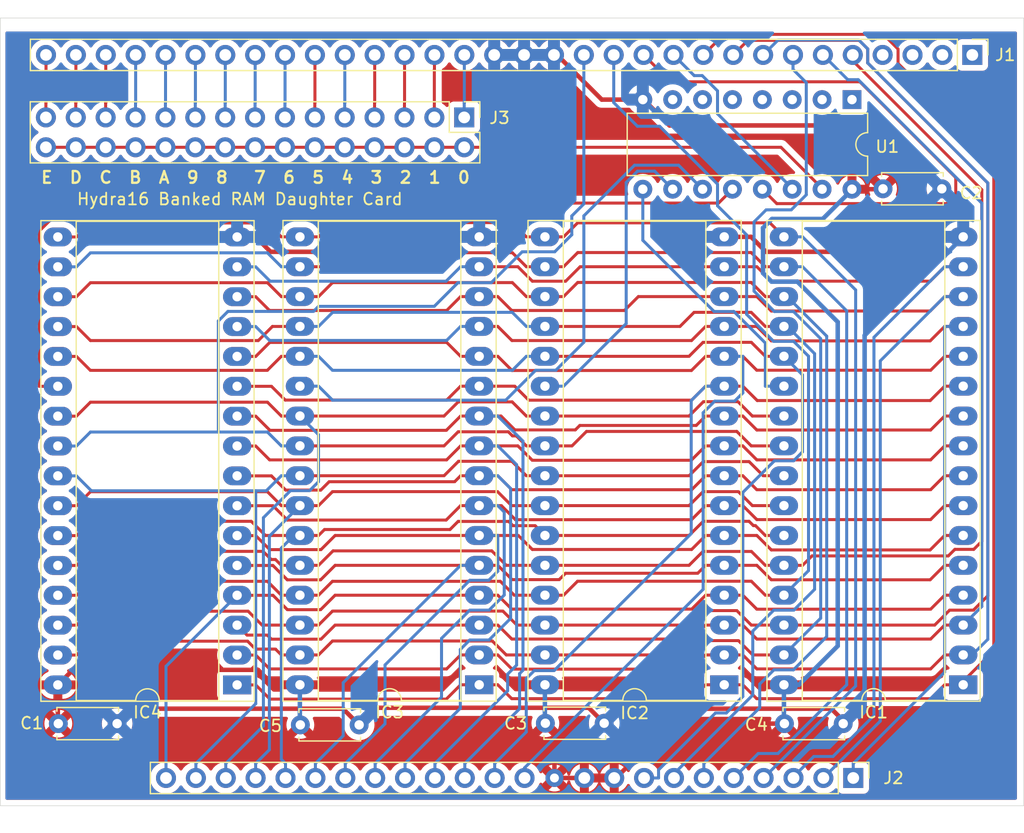
<source format=kicad_pcb>
(kicad_pcb (version 20241229) (generator "pcbnew") (generator_version "9.0")
  (title_block (title "Hydra16 Banked RAM Daughter Card") (rev "1.1"))
  (layers (0 "F.Cu" signal) (2 "B.Cu" signal) (13 "F.Paste" user) (15 "B.Paste" user) (5 "F.SilkS" user "F.Silkscreen") (7 "B.SilkS" user "B.Silkscreen") (1 "F.Mask" user) (3 "B.Mask" user) (25 "Edge.Cuts" user))
  (net 0 "")
  (net 1 "nBRC9_S")
  (net 2 "nBRC2_S")
  (net 3 "T5")
  (net 4 "T3")
  (net 5 "RWB")
  (net 6 "nBRC14_S")
  (net 7 "RAMB0")
  (net 8 "nBRC11_S")
  (net 9 "GND")
  (net 10 "nBRC1_S")
  (net 11 "T0")
  (net 12 "T2")
  (net 13 "nBRC12_S")
  (net 14 "T6")
  (net 15 "nBRC8_S")
  (net 16 "T7")
  (net 17 "nBRC10_S")
  (net 18 "nBRC0_S")
  (net 19 "nBRC3_S")
  (net 20 "nBRC4_S")
  (net 21 "T1")
  (net 22 "nBRC13_S")
  (net 23 "T4")
  (net 24 "RAMB1")
  (net 25 "RAMB2")
  (net 26 "RAMB3")
  (net 27 "nBRC5_S")
  (net 28 "!RWB")
  (net 29 "nBRC6_S")
  (net 30 "nBRC7_S")
  (net 31 "A3")
  (net 32 "D7")
  (net 33 "A7")
  (net 34 "D4")
  (net 35 "A8")
  (net 36 "A10")
  (net 37 "A1")
  (net 38 "+5v")
  (net 39 "A5")
  (net 40 "A0")
  (net 41 "D1")
  (net 42 "A12")
  (net 43 "A4")
  (net 44 "D2")
  (net 45 "A6")
  (net 46 "D3")
  (net 47 "D6")
  (net 48 "D0")
  (net 49 "A2")
  (net 50 "A11")
  (net 51 "D5")
  (net 52 "A9")
  (net 53 "Net-(J3-Pin_10)")
  (net 54 "Net-(IC1-~{CS})")
  (net 55 "Net-(IC2-~{CS})")
  (net 56 "Net-(IC3-~{CS})")
  (net 57 "Net-(IC4-~{CS})")
  (footprint "Capacitor_THT:C_Disc_D5.0mm_W2.5mm_P5.00mm" (layer "F.Cu") (at 111.038 128.27)
    (property "Reference" "C1")
    (property "Value" ".1uF")
  )
  (footprint "Connector_PinHeader_2.54mm:PinHeader_2x15_P2.54mm_Vertical" (layer "F.Cu") (at 145.542 76.708 -90)
    (property "Reference" "J3")
    (property "Value" "E  D  C  B  A  9  8   7  6  5  4  3  2  1  0")
  )
  (footprint "Package_DIP:DIP-32_W15.24mm_Socket_LongPads" (layer "F.Cu") (at 146.817 124.968 180)
    (property "Reference" "IC3")
    (property "Value" "HM628512LP-7")
  )
  (footprint "Package_DIP:DIP-16_W7.62mm" (layer "F.Cu") (at 178.5049 75.194 -90)
    (property "Reference" "U1")
    (property "Value" "74HC139")
  )
  (footprint "Package_DIP:DIP-32_W15.24mm_Socket_LongPads" (layer "F.Cu") (at 167.645 124.968 180)
    (property "Reference" "IC2")
    (property "Value" "HM628512LP-7")
  )
  (footprint "Connector_PinHeader_2.54mm:PinHeader_1x32_P2.54mm_Vertical" (layer "F.Cu") (at 188.732 71.3939 -90)
    (property "Reference" "J1")
    (property "Value" "Conn_01x32")
  )
  (footprint "Capacitor_THT:C_Disc_D5.0mm_W2.5mm_P5.00mm" (layer "F.Cu") (at 131.612 128.3779)
    (property "Reference" "C5")
    (property "Value" ".1uF")
  )
  (footprint "Capacitor_THT:C_Disc_D5.0mm_W2.5mm_P5.00mm" (layer "F.Cu") (at 172.76 128.27)
    (property "Reference" "C4")
    (property "Value" ".1uF")
  )
  (footprint "Package_DIP:DIP-32_W15.24mm_Socket_LongPads" (layer "F.Cu") (at 187.96 124.968 180)
    (property "Reference" "IC1")
    (property "Value" "HM628512LP-7")
  )
  (footprint "Capacitor_THT:C_Disc_D5.0mm_W2.5mm_P5.00mm" (layer "F.Cu") (at 152.44 128.238)
    (property "Reference" "C3")
    (property "Value" ".1uF")
  )
  (footprint "Connector_PinHeader_2.54mm:PinHeader_1x24_P2.54mm_Vertical" (layer "F.Cu") (at 178.612 132.8939 -90)
    (property "Reference" "J2")
    (property "Value" "Conn_01x24")
  )
  (footprint "Capacitor_THT:C_Disc_D5.0mm_W2.5mm_P5.00mm" (layer "F.Cu") (at 181.142 82.7801)
    (property "Reference" "C2")
    (property "Value" ".1uF")
  )
  (footprint "Package_DIP:DIP-32_W15.24mm_Socket_LongPads" (layer "F.Cu") (at 126.238 124.9779 180)
    (property "Reference" "IC4")
    (property "Value" "HM628512LP-7")
  )
  (gr_rect (start 106.106 68.255) (end 193.106 135.255) (stroke (width 0.05)) (fill no) (layer "Edge.Cuts"))
  (gr_text "Hydra16 Banked RAM Daughter Card" (at 112.532 84.238 0) (layer "F.SilkS") (effects (font (size 1 1)) (justify left bottom)))
  (segment (start 122.682 76.708) (end 122.682 75.4769) (width 0.254) (layer "B.Cu") (net 1))
  (segment (start 122.682 75.4769) (end 122.692 75.4669) (width 0.254) (layer "B.Cu") (net 1))
  (segment (start 122.692 75.4669) (end 122.692 71.3939) (width 0.254) (layer "B.Cu") (net 1))
  (segment (start 140.472 75.4669) (end 140.472 71.3939) (width 0.254) (layer "F.Cu") (net 2))
  (segment (start 140.462 76.708) (end 140.462 75.4769) (width 0.254) (layer "F.Cu") (net 2))
  (segment (start 140.462 75.4769) (end 140.472 75.4669) (width 0.254) (layer "F.Cu") (net 2))
  (segment (start 146.817 119.888) (end 134.5677 119.888) (width 0.254) (layer "F.Cu") (net 3))
  (segment (start 147.6076 119.888) (end 148.3981 119.888) (width 0.254) (layer "F.Cu") (net 3))
  (segment (start 148.3981 119.888) (end 149.5868 121.0767) (width 0.254) (layer "F.Cu") (net 3))
  (segment (start 133.3686 121.0871) (end 129.1495 121.0871) (width 0.254) (layer "F.Cu") (net 3))
  (segment (start 127.0797 120.7396) (end 126.238 119.8979) (width 0.254) (layer "F.Cu") (net 3))
  (segment (start 164.8752 121.0767) (end 166.0639 119.888) (width 0.254) (layer "F.Cu") (net 3))
  (segment (start 129.1495 121.0871) (end 128.802 120.7396) (width 0.254) (layer "F.Cu") (net 3))
  (segment (start 187.96 119.888) (end 186.3789 119.888) (width 0.254) (layer "F.Cu") (net 3))
  (segment (start 128.802 120.7396) (end 127.0797 120.7396) (width 0.254) (layer "F.Cu") (net 3))
  (segment (start 169.2261 119.888) (end 170.4149 121.0768) (width 0.254) (layer "F.Cu") (net 3))
  (segment (start 185.1901 121.0768) (end 186.3789 119.888) (width 0.254) (layer "F.Cu") (net 3))
  (segment (start 149.5868 121.0767) (end 164.8752 121.0767) (width 0.254) (layer "F.Cu") (net 3))
  (segment (start 134.5677 119.888) (end 133.3686 121.0871) (width 0.254) (layer "F.Cu") (net 3))
  (segment (start 147.6076 119.888) (end 146.817 119.888) (width 0.254) (layer "F.Cu") (net 3))
  (segment (start 167.645 119.888) (end 169.2261 119.888) (width 0.254) (layer "F.Cu") (net 3))
  (segment (start 167.645 119.888) (end 166.0639 119.888) (width 0.254) (layer "F.Cu") (net 3))
  (segment (start 170.4149 121.0768) (end 185.1901 121.0768) (width 0.254) (layer "F.Cu") (net 3))
  (segment (start 189.5411 84.0032) (end 179.0366 73.4987) (width 0.254) (layer "B.Cu") (net 3))
  (segment (start 187.96 119.888) (end 189.5411 118.3069) (width 0.254) (layer "B.Cu") (net 3))
  (segment (start 176.0419 71.3939) (end 176.032 71.3939) (width 0.254) (layer "B.Cu") (net 3))
  (segment (start 189.5411 118.3069) (end 189.5411 84.0032) (width 0.254) (layer "B.Cu") (net 3))
  (segment (start 178.1467 73.4987) (end 176.0419 71.3939) (width 0.254) (layer "B.Cu") (net 3))
  (segment (start 179.0366 73.4987) (end 178.1467 73.4987) (width 0.254) (layer "B.Cu") (net 3))
  (segment (start 110.998 117.3579) (end 112.5791 117.3579) (width 0.254) (layer "F.Cu") (net 5))
  (segment (start 169.9484 116.1575) (end 171.1389 117.348) (width 0.254) (layer "F.Cu") (net 5))
  (segment (start 134.3392 116.1669) (end 148.6134 116.1669) (width 0.254) (layer "F.Cu") (net 5))
  (segment (start 148.6134 116.1669) (end 149.7945 117.348) (width 0.254) (layer "F.Cu") (net 5))
  (segment (start 131.577 117.348) (end 133.1581 117.348) (width 0.254) (layer "F.Cu") (net 5))
  (segment (start 129.9959 117.348) (end 128.8157 116.1678) (width 0.254) (layer "F.Cu") (net 5))
  (segment (start 133.1581 117.348) (end 134.3392 116.1669) (width 0.254) (layer "F.Cu") (net 5))
  (segment (start 153.1956 117.348) (end 153.9861 117.348) (width 0.254) (layer "F.Cu") (net 5))
  (segment (start 131.577 117.348) (end 129.9959 117.348) (width 0.254) (layer "F.Cu") (net 5))
  (segment (start 172.72 117.348) (end 171.1389 117.348) (width 0.254) (layer "F.Cu") (net 5))
  (segment (start 155.1766 116.1575) (end 169.9484 116.1575) (width 0.254) (layer "F.Cu") (net 5))
  (segment (start 113.7692 116.1678) (end 112.5791 117.3579) (width 0.254) (layer "F.Cu") (net 5))
  (segment (start 153.1956 117.348) (end 152.405 117.348) (width 0.254) (layer "F.Cu") (net 5))
  (segment (start 128.8157 116.1678) (end 113.7692 116.1678) (width 0.254) (layer "F.Cu") (net 5))
  (segment (start 153.9861 117.348) (end 155.1766 116.1575) (width 0.254) (layer "F.Cu") (net 5))
  (segment (start 149.7945 117.348) (end 152.405 117.348) (width 0.254) (layer "F.Cu") (net 5))
  (segment (start 167.0749 84.2266) (end 167.0749 82.3831) (width 0.254) (layer "B.Cu") (net 5))
  (segment (start 174.8093 97.0177) (end 173.5496 95.758) (width 0.254) (layer "B.Cu") (net 5))
  (segment (start 173.5496 95.758) (end 171.8476 95.758) (width 0.254) (layer "B.Cu") (net 5))
  (segment (start 174.8093 115.2587) (end 174.8093 97.0177) (width 0.254) (layer "B.Cu") (net 5))
  (segment (start 171.8476 95.758) (end 169.5472 93.4576) (width 0.254) (layer "B.Cu") (net 5))
  (segment (start 160.2649 77.4609) (end 158.252 75.448) (width 0.254) (layer "B.Cu") (net 5))
  (segment (start 169.5472 93.4576) (end 169.5472 86.6989) (width 0.254) (layer "B.Cu") (net 5))
  (segment (start 167.0749 82.3831) (end 162.1527 77.4609) (width 0.254) (layer "B.Cu") (net 5))
  (segment (start 169.5472 86.6989) (end 167.0749 84.2266) (width 0.254) (layer "B.Cu") (net 5))
  (segment (start 158.252 75.448) (end 158.252 71.3939) (width 0.254) (layer "B.Cu") (net 5))
  (segment (start 172.72 117.348) (end 174.8093 115.2587) (width 0.254) (layer "B.Cu") (net 5))
  (segment (start 162.1527 77.4609) (end 160.2649 77.4609) (width 0.254) (layer "B.Cu") (net 5))
  (segment (start 109.982 75.4769) (end 109.992 75.4669) (width 0.254) (layer "F.Cu") (net 6))
  (segment (start 109.982 76.708) (end 109.982 75.4769) (width 0.254) (layer "F.Cu") (net 6))
  (segment (start 109.992 75.4669) (end 109.992 71.3939) (width 0.254) (layer "F.Cu") (net 6))
  (segment (start 186.8058 118.618) (end 188.8273 118.618) (width 0.254) (layer "F.Cu") (net 7))
  (segment (start 172.72 119.888) (end 185.5358 119.888) (width 0.254) (layer "F.Cu") (net 7))
  (segment (start 134.3486 118.6975) (end 148.8278 118.6975) (width 0.254) (layer "F.Cu") (net 7))
  (segment (start 169.6532 70.1527) (end 168.412 71.3939) (width 0.254) (layer "F.Cu") (net 7))
  (segment (start 150.0183 119.888) (end 150.8239 119.888) (width 0.254) (layer "F.Cu") (net 7))
  (segment (start 131.577 119.888) (end 128.3547 119.888) (width 0.254) (layer "F.Cu") (net 7))
  (segment (start 169.9448 119.888) (end 172.72 119.888) (width 0.254) (layer "F.Cu") (net 7))
  (segment (start 164.6543 119.888) (end 165.8842 118.6581) (width 0.254) (layer "F.Cu") (net 7))
  (segment (start 133.1581 119.888) (end 134.3486 118.6975) (width 0.254) (layer "F.Cu") (net 7))
  (segment (start 168.7149 118.6581) (end 169.9448 119.888) (width 0.254) (layer "F.Cu") (net 7))
  (segment (start 127.1745 118.7078) (end 113.7692 118.7078) (width 0.254) (layer "F.Cu") (net 7))
  (segment (start 113.7692 118.7078) (end 112.5791 119.8979) (width 0.254) (layer "F.Cu") (net 7))
  (segment (start 132.3676 119.888) (end 133.1581 119.888) (width 0.254) (layer "F.Cu") (net 7))
  (segment (start 179.842 70.8808) (end 179.1139 70.1527) (width 0.254) (layer "F.Cu") (net 7))
  (segment (start 151.6145 119.888) (end 150.8239 119.888) (width 0.254) (layer "F.Cu") (net 7))
  (segment (start 110.998 119.8979) (end 112.5791 119.8979) (width 0.254) (layer "F.Cu") (net 7))
  (segment (start 185.5358 119.888) (end 186.8058 118.618) (width 0.254) (layer "F.Cu") (net 7))
  (segment (start 128.3547 119.888) (end 127.1745 118.7078) (width 0.254) (layer "F.Cu") (net 7))
  (segment (start 165.8842 118.6581) (end 168.7149 118.6581) (width 0.254) (layer "F.Cu") (net 7))
  (segment (start 152.405 119.888) (end 164.6543 119.888) (width 0.254) (layer "F.Cu") (net 7))
  (segment (start 151.6145 119.888) (end 152.405 119.888) (width 0.254) (layer "F.Cu") (net 7))
  (segment (start 132.3676 119.888) (end 131.577 119.888) (width 0.254) (layer "F.Cu") (net 7))
  (segment (start 148.8278 118.6975) (end 150.0183 119.888) (width 0.254) (layer "F.Cu") (net 7))
  (segment (start 188.8273 118.618) (end 190.0519 117.3934) (width 0.254) (layer "F.Cu") (net 7))
  (segment (start 190.0519 117.3934) (end 190.0519 82.2878) (width 0.254) (layer "F.Cu") (net 7))
  (segment (start 190.0519 82.2878) (end 179.842 72.0779) (width 0.254) (layer "F.Cu") (net 7))
  (segment (start 179.842 72.0779) (end 179.842 70.8808) (width 0.254) (layer "F.Cu") (net 7))
  (segment (start 179.1139 70.1527) (end 169.6532 70.1527) (width 0.254) (layer "F.Cu") (net 7))
  (segment (start 117.612 75.4669) (end 117.612 71.3939) (width 0.254) (layer "B.Cu") (net 8))
  (segment (start 117.602 76.708) (end 117.602 75.4769) (width 0.254) (layer "B.Cu") (net 8))
  (segment (start 117.602 75.4769) (end 117.612 75.4669) (width 0.254) (layer "B.Cu") (net 8))
  (segment (start 143.9659 88.138) (end 129.0792 88.138) (width 0.381) (layer "F.Cu") (net 9))
  (segment (start 145.2359 86.868) (end 143.9659 88.138) (width 0.381) (layer "F.Cu") (net 9))
  (segment (start 158.678 127) (end 157.44 128.238) (width 0.381) (layer "F.Cu") (net 9))
  (segment (start 185.1089 88.138) (end 171.196 88.138) (width 0.381) (layer "F.Cu") (net 9))
  (segment (start 129.0792 88.138) (end 127.8191 86.8779) (width 0.381) (layer "F.Cu") (net 9))
  (segment (start 178.014 128.27) (end 176.744 127) (width 0.381) (layer "F.Cu") (net 9))
  (segment (start 146.817 86.868) (end 145.2359 86.868) (width 0.381) (layer "F.Cu") (net 9))
  (segment (start 136.612 128.3779) (end 135.2341 127) (width 0.381) (layer "F.Cu") (net 9))
  (segment (start 160.7249 75.194) (end 160.792 75.194) (width 0.381) (layer "F.Cu") (net 9))
  (segment (start 180.7533 77.3914) (end 186.142 82.7801) (width 0.381) (layer "F.Cu") (net 9))
  (segment (start 160.792 75.194) (end 162.9894 77.3914) (width 0.381) (layer "F.Cu") (net 9))
  (segment (start 186.3789 86.868) (end 185.1089 88.138) (width 0.381) (layer "F.Cu") (net 9))
  (segment (start 187.96 86.868) (end 186.3789 86.868) (width 0.381) (layer "F.Cu") (net 9))
  (segment (start 138.067248 126.922652) (end 136.612 128.3779) (width 0.381) (layer "F.Cu") (net 9))
  (segment (start 150.632 71.3939) (end 153.172 71.3939) (width 0.381) (layer "F.Cu") (net 9))
  (segment (start 156.124652 126.922652) (end 138.067248 126.922652) (width 0.381) (layer "F.Cu") (net 9))
  (segment (start 159.512 130.048) (end 155.702 130.048) (width 0.381) (layer "F.Cu") (net 9))
  (segment (start 176.744 127) (end 158.678 127) (width 0.381) (layer "F.Cu") (net 9))
  (segment (start 117.308 127) (end 116.038 128.27) (width 0.381) (layer "F.Cu") (net 9))
  (segment (start 153.4359 71.3939) (end 157.236 75.194) (width 0.381) (layer "F.Cu") (net 9))
  (segment (start 162.9894 77.3914) (end 180.7533 77.3914) (width 0.381) (layer "F.Cu") (net 9))
  (segment (start 135.2341 127) (end 117.308 127) (width 0.381) (layer "F.Cu") (net 9))
  (segment (start 148.092 71.3939) (end 150.632 71.3939) (width 0.381) (layer "F.Cu") (net 9))
  (segment (start 127.8191 86.8779) (end 126.238 86.8779) (width 0.381) (layer "F.Cu") (net 9))
  (segment (start 169.926 86.868) (end 167.645 86.868) (width 0.381) (layer "F.Cu") (net 9))
  (segment (start 157.44 128.238) (end 156.124652 126.922652) (width 0.381) (layer "F.Cu") (net 9))
  (segment (start 153.172 71.3939) (end 153.4359 71.3939) (width 0.381) (layer "F.Cu") (net 9))
  (segment (start 159.512 130.048) (end 161.036 128.524) (width 0.381) (layer "F.Cu") (net 9))
  (segment (start 155.702 129.976) (end 155.702 130.048) (width 0.381) (layer "F.Cu") (net 9))
  (segment (start 171.196 88.138) (end 169.926 86.868) (width 0.381) (layer "F.Cu") (net 9))
  (segment (start 157.236 75.194) (end 160.7249 75.194) (width 0.381) (layer "F.Cu") (net 9))
  (segment (start 157.44 128.238) (end 155.702 129.976) (width 0.381) (layer "F.Cu") (net 9))
  (segment (start 162.7469 77.216) (end 164.846 77.216) (width 0.381) (layer "B.Cu") (net 9))
  (segment (start 137.668 127.3219) (end 137.668 127.254) (width 0.381) (layer "B.Cu") (net 9))
  (segment (start 187.1695 86.868) (end 187.706 86.3315) (width 0.381) (layer "B.Cu") (net 9))
  (segment (start 187.706 84.3441) (end 186.142 82.7801) (width 0.381) (layer "B.Cu") (net 9))
  (segment (start 160.7249 75.194) (end 162.7469 77.216) (width 0.381) (layer "B.Cu") (net 9))
  (segment (start 136.612 128.3779) (end 137.668 127.3219) (width 0.381) (layer "B.Cu") (net 9))
  (segment (start 148.092 71.3939) (end 148.092 80.762) (width 0.381) (layer "B.Cu") (net 9))
  (segment (start 146.8365 82.0175) (end 146.8365 86.8485) (width 0.381) (layer "B.Cu") (net 9))
  (segment (start 146.8365 86.8485) (end 146.817 86.868) (width 0.381) (layer "B.Cu") (net 9))
  (segment (start 187.96 86.868) (end 187.1695 86.868) (width 0.381) (layer "B.Cu") (net 9))
  (segment (start 187.1695 86.868) (end 187.56475 87.26325) (width 0.381) (layer "B.Cu") (net 9))
  (segment (start 148.092 80.762) (end 146.8365 82.0175) (width 0.381) (layer "B.Cu") (net 9))
  (segment (start 137.16 126.746) (end 137.16 125.222) (width 0.381) (layer "B.Cu") (net 9))
  (segment (start 179.578 95.25) (end 179.578 126.706) (width 0.381) (layer "B.Cu") (net 9))
  (segment (start 187.706 86.3315) (end 187.706 84.3441) (width 0.381) (layer "B.Cu") (net 9))
  (segment (start 160.782 73.66) (end 160.782 74.013) (width 0.254) (layer "B.Cu") (net 9))
  (segment (start 164.846 77.216) (end 167.894 80.264) (width 0.381) (layer "B.Cu") (net 9))
  (segment (start 179.578 126.706) (end 178.014 128.27) (width 0.381) (layer "B.Cu") (net 9))
  (segment (start 187.56475 87.26325) (end 179.578 95.25) (width 0.381) (layer "B.Cu") (net 9))
  (segment (start 137.668 127.254) (end 137.16 126.746) (width 0.381) (layer "B.Cu") (net 9))
  (segment (start 143.002 72.635) (end 143.012 72.625) (width 0.254) (layer "F.Cu") (net 10))
  (segment (start 143.012 71.3939) (end 143.012 72.625) (width 0.254) (layer "F.Cu") (net 10))
  (segment (start 143.002 76.708) (end 143.002 72.635) (width 0.254) (layer "F.Cu") (net 10))
  (segment (start 115.072 75.4669) (end 115.072 71.3939) (width 0.254) (layer "F.Cu") (net 13))
  (segment (start 115.062 75.4769) (end 115.072 75.4669) (width 0.254) (layer "F.Cu") (net 13))
  (segment (start 115.062 76.708) (end 115.062 75.4769) (width 0.254) (layer "F.Cu") (net 13))
  (segment (start 147.9296 121.2408) (end 134.3453 121.2408) (width 0.254) (layer "F.Cu") (net 14))
  (segment (start 127.8002 121.9297) (end 127.1273 121.2568) (width 0.254) (layer "F.Cu") (net 14))
  (segment (start 134.3453 121.2408) (end 133.1581 122.428) (width 0.254) (layer "F.Cu") (net 14))
  (segment (start 132.3676 122.428) (end 133.1581 122.428) (width 0.254) (layer "F.Cu") (net 14))
  (segment (start 152.405 122.428) (end 149.1168 122.428) (width 0.254) (layer "F.Cu") (net 14))
  (segment (start 172.72 122.428) (end 170.0692 122.428) (width 0.254) (layer "F.Cu") (net 14))
  (segment (start 131.577 122.428) (end 129.9959 122.428) (width 0.254) (layer "F.Cu") (net 14))
  (segment (start 129.4976 121.9297) (end 127.8002 121.9297) (width 0.254) (layer "F.Cu") (net 14))
  (segment (start 149.1168 122.428) (end 147.9296 121.2408) (width 0.254) (layer "F.Cu") (net 14))
  (segment (start 170.0692 122.428) (end 168.8526 121.2114) (width 0.254) (layer "F.Cu") (net 14))
  (segment (start 165.8709 121.2114) (end 164.6543 122.428) (width 0.254) (layer "F.Cu") (net 14))
  (segment (start 127.1273 121.2568) (end 113.7602 121.2568) (width 0.254) (layer "F.Cu") (net 14))
  (segment (start 168.8526 121.2114) (end 165.8709 121.2114) (width 0.254) (layer "F.Cu") (net 14))
  (segment (start 129.9959 122.428) (end 129.4976 121.9297) (width 0.254) (layer "F.Cu") (net 14))
  (segment (start 164.6543 122.428) (end 152.405 122.428) (width 0.254) (layer "F.Cu") (net 14))
  (segment (start 110.998 122.4379) (end 112.5791 122.4379) (width 0.254) (layer "F.Cu") (net 14))
  (segment (start 113.7602 121.2568) (end 112.5791 122.4379) (width 0.254) (layer "F.Cu") (net 14))
  (segment (start 132.3676 122.428) (end 131.577 122.428) (width 0.254) (layer "F.Cu") (net 14))
  (segment (start 173.3386 84.5729) (end 174.6196 83.2919) (width 0.254) (layer "B.Cu") (net 14))
  (segment (start 174.6196 73.7526) (end 173.492 72.625) (width 0.254) (layer "B.Cu") (net 14))
  (segment (start 175.8437 95.5306) (end 173.5311 93.218) (width 0.254) (layer "B.Cu") (net 14))
  (segment (start 175.8437 119.3043) (end 175.8437 95.5306) (width 0.254) (layer "B.Cu") (net 14))
  (segment (start 171.2051 84.5729) (end 173.3386 84.5729) (width 0.254) (layer "B.Cu") (net 14))
  (segment (start 170.18 91.4852) (end 170.18 85.598) (width 0.254) (layer "B.Cu") (net 14))
  (segment (start 174.6196 83.2919) (end 174.6196 73.7526) (width 0.254) (layer "B.Cu") (net 14))
  (segment (start 172.72 122.428) (end 175.8437 119.3043) (width 0.254) (layer "B.Cu") (net 14))
  (segment (start 170.18 85.598) (end 171.2051 84.5729) (width 0.254) (layer "B.Cu") (net 14))
  (segment (start 171.9128 93.218) (end 170.18 91.4852) (width 0.254) (layer "B.Cu") (net 14))
  (segment (start 173.492 72.625) (end 173.492 71.3939) (width 0.254) (layer "B.Cu") (net 14))
  (segment (start 173.5311 93.218) (end 171.9128 93.218) (width 0.254) (layer "B.Cu") (net 14))
  (segment (start 125.222 75.4769) (end 125.232 75.4669) (width 0.254) (layer "B.Cu") (net 15))
  (segment (start 125.232 75.4669) (end 125.232 71.3939) (width 0.254) (layer "B.Cu") (net 15))
  (segment (start 125.222 76.708) (end 125.222 75.4769) (width 0.254) (layer "B.Cu") (net 15))
  (segment (start 144.0448 123.6191) (end 129.0003 123.6191) (width 0.254) (layer "F.Cu") (net 16))
  (segment (start 187.96 122.428) (end 186.3789 122.428) (width 0.254) (layer "F.Cu") (net 16))
  (segment (start 146.0265 122.428) (end 145.2359 122.428) (width 0.254) (layer "F.Cu") (net 16))
  (segment (start 185.1901 123.6168) (end 186.3789 122.428) (width 0.254) (layer "F.Cu") (net 16))
  (segment (start 170.4149 123.6168) (end 185.1901 123.6168) (width 0.254) (layer "F.Cu") (net 16))
  (segment (start 146.817 122.428) (end 148.3981 122.428) (width 0.254) (layer "F.Cu") (net 16))
  (segment (start 149.6045 123.6344) (end 164.8575 123.6344) (width 0.254) (layer "F.Cu") (net 16))
  (segment (start 167.645 122.428) (end 166.0639 122.428) (width 0.254) (layer "F.Cu") (net 16))
  (segment (start 145.2359 122.428) (end 144.0448 123.6191) (width 0.254) (layer "F.Cu") (net 16))
  (segment (start 167.645 122.428) (end 169.2261 122.428) (width 0.254) (layer "F.Cu") (net 16))
  (segment (start 164.8575 123.6344) (end 166.0639 122.428) (width 0.254) (layer "F.Cu") (net 16))
  (segment (start 146.0265 122.428) (end 146.817 122.428) (width 0.254) (layer "F.Cu") (net 16))
  (segment (start 129.0003 123.6191) (end 127.8191 122.4379) (width 0.254) (layer "F.Cu") (net 16))
  (segment (start 126.238 122.4379) (end 127.8191 122.4379) (width 0.254) (layer "F.Cu") (net 16))
  (segment (start 148.3981 122.428) (end 149.6045 123.6344) (width 0.254) (layer "F.Cu") (net 16))
  (segment (start 169.2261 122.428) (end 170.4149 123.6168) (width 0.254) (layer "F.Cu") (net 16))
  (segment (start 190.0495 82.2854) (end 179.842 72.0779) (width 0.254) (layer "B.Cu") (net 16))
  (segment (start 172.2292 70.1167) (end 170.952 71.3939) (width 0.254) (layer "B.Cu") (net 16))
  (segment (start 179.842 70.8808) (end 179.0779 70.1167) (width 0.254) (layer "B.Cu") (net 16))
  (segment (start 190.0495 121.1005) (end 190.0495 82.2854) (width 0.254) (layer "B.Cu") (net 16))
  (segment (start 179.842 72.0779) (end 179.842 70.8808) (width 0.254) (layer "B.Cu") (net 16))
  (segment (start 187.96 122.428) (end 188.722 122.428) (width 0.254) (layer "B.Cu") (net 16))
  (segment (start 188.722 122.428) (end 190.0495 121.1005) (width 0.254) (layer "B.Cu") (net 16))
  (segment (start 179.0779 70.1167) (end 172.2292 70.1167) (width 0.254) (layer "B.Cu") (net 16))
  (segment (start 120.142 76.708) (end 120.142 75.4769) (width 0.254) (layer "B.Cu") (net 17))
  (segment (start 120.142 75.4769) (end 120.152 75.4669) (width 0.254) (layer "B.Cu") (net 17))
  (segment (start 120.152 75.4669) (end 120.152 71.3939) (width 0.254) (layer "B.Cu") (net 17))
  (segment (start 145.552 75.4669) (end 145.552 71.3939) (width 0.254) (layer "B.Cu") (net 18))
  (segment (start 145.542 75.4769) (end 145.552 75.4669) (width 0.254) (layer "B.Cu") (net 18))
  (segment (start 145.542 76.708) (end 145.542 75.4769) (width 0.254) (layer "B.Cu") (net 18))
  (segment (start 137.922 75.4769) (end 137.932 75.4669) (width 0.254) (layer "F.Cu") (net 19))
  (segment (start 137.932 75.4669) (end 137.932 71.3939) (width 0.254) (layer "F.Cu") (net 19))
  (segment (start 137.922 76.708) (end 137.922 75.4769) (width 0.254) (layer "F.Cu") (net 19))
  (segment (start 135.382 76.708) (end 135.382 75.4769) (width 0.254) (layer "B.Cu") (net 20))
  (segment (start 135.382 75.4769) (end 135.392 75.4669) (width 0.254) (layer "B.Cu") (net 20))
  (segment (start 135.392 75.4669) (end 135.392 71.3939) (width 0.254) (layer "B.Cu") (net 20))
  (segment (start 112.532 75.4669) (end 112.532 71.3939) (width 0.254) (layer "F.Cu") (net 22))
  (segment (start 112.522 75.4769) (end 112.532 75.4669) (width 0.254) (layer "F.Cu") (net 22))
  (segment (start 112.522 76.708) (end 112.522 75.4769) (width 0.254) (layer "F.Cu") (net 22))
  (segment (start 172.72 114.808) (end 174.3011 114.808) (width 0.254) (layer "F.Cu") (net 23))
  (segment (start 165.8358 113.6265) (end 169.9574 113.6265) (width 0.254) (layer "F.Cu") (net 23))
  (segment (start 178.572 71.892) (end 178.572 71.3939) (width 0.254) (layer "F.Cu") (net 23))
  (segment (start 174.3011 114.808) (end 175.1035 114.0056) (width 0.254) (layer "F.Cu") (net 23))
  (segment (start 113.7783 113.6187) (end 112.5791 114.8179) (width 0.254) (layer "F.Cu") (net 23))
  (segment (start 110.998 114.8179) (end 112.5791 114.8179) (width 0.254) (layer "F.Cu") (net 23))
  (segment (start 130.7865 114.808) (end 129.9959 114.808) (width 0.254) (layer "F.Cu") (net 23))
  (segment (start 130.7865 114.808) (end 131.577 114.808) (width 0.254) (layer "F.Cu") (net 23))
  (segment (start 164.6543 114.808) (end 165.8358 113.6265) (width 0.254) (layer "F.Cu") (net 23))
  (segment (start 128.4412 113.6187) (end 113.7783 113.6187) (width 0.254) (layer "F.Cu") (net 23))
  (segment (start 129.4976 114.3097) (end 129.1322 114.3097) (width 0.254) (layer "F.Cu") (net 23))
  (segment (start 147.8869 113.5781) (end 149.1168 114.808) (width 0.254) (layer "F.Cu") (net 23))
  (segment (start 189.5411 82.8611) (end 178.572 71.892) (width 0.254) (layer "F.Cu") (net 23))
  (segment (start 187.2483 113.4492) (end 188.8548 113.4492) (width 0.254) (layer "F.Cu") (net 23))
  (segment (start 133.1581 114.808) (end 134.388 113.5781) (width 0.254) (layer "F.Cu") (net 23))
  (segment (start 129.9959 114.808) (end 129.4976 114.3097) (width 0.254) (layer "F.Cu") (net 23))
  (segment (start 134.388 113.5781) (end 147.8869 113.5781) (width 0.254) (layer "F.Cu") (net 23))
  (segment (start 149.1168 114.808) (end 152.405 114.808) (width 0.254) (layer "F.Cu") (net 23))
  (segment (start 169.9574 113.6265) (end 171.1389 114.808) (width 0.254) (layer "F.Cu") (net 23))
  (segment (start 152.405 114.808) (end 164.6543 114.808) (width 0.254) (layer "F.Cu") (net 23))
  (segment (start 175.1035 114.0056) (end 186.6919 114.0056) (width 0.254) (layer "F.Cu") (net 23))
  (segment (start 172.72 114.808) (end 171.1389 114.808) (width 0.254) (layer "F.Cu") (net 23))
  (segment (start 188.8548 113.4492) (end 189.5411 112.7629) (width 0.254) (layer "F.Cu") (net 23))
  (segment (start 131.577 114.808) (end 133.1581 114.808) (width 0.254) (layer "F.Cu") (net 23))
  (segment (start 186.6919 114.0056) (end 187.2483 113.4492) (width 0.254) (layer "F.Cu") (net 23))
  (segment (start 189.5411 112.7629) (end 189.5411 82.8611) (width 0.254) (layer "F.Cu") (net 23))
  (segment (start 129.1322 114.3097) (end 128.4412 113.6187) (width 0.254) (layer "F.Cu") (net 23))
  (segment (start 186.3789 124.968) (end 185.1978 126.1491) (width 0.254) (layer "F.Cu") (net 24))
  (segment (start 187.6604 124.968) (end 190.5601 122.0683) (width 0.254) (layer "F.Cu") (net 24))
  (segment (start 146.817 124.968) (end 148.3981 124.968) (width 0.254) (layer "F.Cu") (net 24))
  (segment (start 166.0639 124.968) (end 164.8828 126.1491) (width 0.254) (layer "F.Cu") (net 24))
  (segment (start 167.645 124.968) (end 169.2261 124.968) (width 0.254) (layer "F.Cu") (net 24))
  (segment (start 167.6214 69.6445) (end 165.872 71.3939) (width 0.254) (layer "F.Cu") (net 24))
  (segment (start 146.817 124.968) (end 145.2359 124.968) (width 0.254) (layer "F.Cu") (net 24))
  (segment (start 181.1699 69.6445) (end 167.6214 69.6445) (width 0.254) (layer "F.Cu") (net 24))
  (segment (start 187.1695 124.968) (end 187.6604 124.968) (width 0.254) (layer "F.Cu") (net 24))
  (segment (start 182.4208 72.1167) (end 182.4208 70.8954) (width 0.254) (layer "F.Cu") (net 24))
  (segment (start 190.5601 122.0683) (end 190.5601 80.256) (width 0.254) (layer "F.Cu") (net 24))
  (segment (start 127.8191 124.9779) (end 129.0262 126.185) (width 0.254) (layer "F.Cu") (net 24))
  (segment (start 129.0262 126.185) (end 144.0189 126.185) (width 0.254) (layer "F.Cu") (net 24))
  (segment (start 144.0189 126.185) (end 145.2359 124.968) (width 0.254) (layer "F.Cu") (net 24))
  (segment (start 126.238 124.9779) (end 127.8191 124.9779) (width 0.254) (layer "F.Cu") (net 24))
  (segment (start 190.5601 80.256) (end 182.4208 72.1167) (width 0.254) (layer "F.Cu") (net 24))
  (segment (start 182.4208 70.8954) (end 181.1699 69.6445) (width 0.254) (layer "F.Cu") (net 24))
  (segment (start 187.96 124.968) (end 187.6604 124.968) (width 0.254) (layer "F.Cu") (net 24))
  (segment (start 149.5792 126.1491) (end 148.3981 124.968) (width 0.254) (layer "F.Cu") (net 24))
  (segment (start 185.1978 126.1491) (end 170.4072 126.1491) (width 0.254) (layer "F.Cu") (net 24))
  (segment (start 167.645 124.968) (end 166.0639 124.968) (width 0.254) (layer "F.Cu") (net 24))
  (segment (start 170.4072 126.1491) (end 169.2261 124.968) (width 0.254) (layer "F.Cu") (net 24))
  (segment (start 164.8828 126.1491) (end 149.5792 126.1491) (width 0.254) (layer "F.Cu") (net 24))
  (segment (start 187.1695 124.968) (end 186.3789 124.968) (width 0.254) (layer "F.Cu") (net 24))
  (segment (start 165.0901 73.152) (end 165.774543 73.152) (width 0.254) (layer "B.Cu") (net 25))
  (segment (start 167.0749 76.3969) (end 173.4249 82.7469) (width 0.254) (layer "B.Cu") (net 25))
  (segment (start 167.0749 74.452357) (end 167.0749 76.3969) (width 0.254) (layer "B.Cu") (net 25))
  (segment (start 165.774543 73.152) (end 167.0749 74.452357) (width 0.254) (layer "B.Cu") (net 25))
  (segment (start 173.4249 82.7469) (end 173.4249 82.814) (width 0.254) (layer "B.Cu") (net 25))
  (segment (start 163.332 71.3939) (end 165.0901 73.152) (width 0.254) (layer "B.Cu") (net 25))
  (segment (start 172.1102 84.0393) (end 186.5732 84.0393) (width 0.254) (layer "F.Cu") (net 26))
  (segment (start 170.8849 82.814) (end 172.1102 84.0393) (width 0.254) (layer "F.Cu") (net 26))
  (segment (start 186.5732 84.0393) (end 187.326 83.2865) (width 0.254) (layer "F.Cu") (net 26))
  (segment (start 163.0863 73.6783) (end 160.8019 71.3939) (width 0.254) (layer "F.Cu") (net 26))
  (segment (start 160.8019 71.3939) (end 160.792 71.3939) (width 0.254) (layer "F.Cu") (net 26))
  (segment (start 187.326 81.828) (end 179.1763 73.6783) (width 0.254) (layer "F.Cu") (net 26))
  (segment (start 179.1763 73.6783) (end 163.0863 73.6783) (width 0.254) (layer "F.Cu") (net 26))
  (segment (start 187.326 83.2865) (end 187.326 81.828) (width 0.254) (layer "F.Cu") (net 26))
  (segment (start 132.842 75.4769) (end 132.852 75.4669) (width 0.254) (layer "F.Cu") (net 27))
  (segment (start 132.852 75.4669) (end 132.852 71.3939) (width 0.254) (layer "F.Cu") (net 27))
  (segment (start 132.842 76.708) (end 132.842 75.4769) (width 0.254) (layer "F.Cu") (net 27))
  (segment (start 149.6427 103.7976) (end 149.9735 103.7976) (width 0.254) (layer "F.Cu") (net 28))
  (segment (start 154.7046 104.648) (end 155.9345 103.4181) (width 0.254) (layer "F.Cu") (net 28))
  (segment (start 168.7149 103.4181) (end 169.9448 104.648) (width 0.254) (layer "F.Cu") (net 28))
  (segment (start 169.9448 104.648) (end 172.72 104.648) (width 0.254) (layer "F.Cu") (net 28))
  (segment (start 155.9345 103.4181) (end 168.7149 103.4181) (width 0.254) (layer "F.Cu") (net 28))
  (segment (start 153.9861 104.648) (end 154.7046 104.648) (width 0.254) (layer "F.Cu") (net 28))
  (segment (start 149.2951 103.45) (end 149.6427 103.7976) (width 0.254) (layer "F.Cu") (net 28))
  (segment (start 131.577 104.648) (end 143.8263 104.648) (width 0.254) (layer "F.Cu") (net 28))
  (segment (start 152.405 104.648) (end 150.8239 104.648) (width 0.254) (layer "F.Cu") (net 28))
  (segment (start 149.9735 103.7976) (end 150.8239 104.648) (width 0.254) (layer "F.Cu") (net 28))
  (segment (start 145.0243 103.45) (end 149.2951 103.45) (width 0.254) (layer "F.Cu") (net 28))
  (segment (start 152.405 104.648) (end 153.9861 104.648) (width 0.254) (layer "F.Cu") (net 28))
  (segment (start 143.8263 104.648) (end 145.0243 103.45) (width 0.254) (layer "F.Cu") (net 28))
  (segment (start 154.686 86.6887) (end 154.686 85.09) (width 0.254) (layer "B.Cu") (net 28))
  (segment (start 128.8157 103.4678) (end 129.9959 104.648) (width 0.254) (layer "B.Cu") (net 28))
  (segment (start 153.2367 88.138) (end 154.686 86.6887) (width 0.254) (layer "B.Cu") (net 28))
  (segment (start 131.577 104.648) (end 129.9959 104.648) (width 0.254) (layer "B.Cu") (net 28))
  (segment (start 124.6406 103.4678) (end 124.6406 94.0215) (width 0.254) (layer "B.Cu") (net 28))
  (segment (start 142.997 92.7773) (end 145.0075 90.7668) (width 0.254) (layer "B.Cu") (net 28))
  (segment (start 155.712 84.064) (end 155.712 71.3939) (width 0.254) (layer "B.Cu") (net 28))
  (segment (start 124.6406 94.0215) (end 125.4537 93.2084) (width 0.254) (layer "B.Cu") (net 28))
  (segment (start 150.4695 88.138) (end 153.2367 88.138) (width 0.254) (layer "B.Cu") (net 28))
  (segment (start 110.998 104.6579) (end 112.5791 104.6579) (width 0.254) (layer "B.Cu") (net 28))
  (segment (start 133.1583 92.7773) (end 142.997 92.7773) (width 0.254) (layer "B.Cu") (net 28))
  (segment (start 154.686 85.09) (end 155.712 84.064) (width 0.254) (layer "B.Cu") (net 28))
  (segment (start 112.5791 104.6579) (end 113.7692 103.4678) (width 0.254) (layer "B.Cu") (net 28))
  (segment (start 147.8407 90.7668) (end 150.4695 88.138) (width 0.254) (layer "B.Cu") (net 28))
  (segment (start 124.6406 103.4678) (end 128.8157 103.4678) (width 0.254) (layer "B.Cu") (net 28))
  (segment (start 145.0075 90.7668) (end 147.8407 90.7668) (width 0.254) (layer "B.Cu") (net 28))
  (segment (start 132.7272 93.2084) (end 133.1583 92.7773) (width 0.254) (layer "B.Cu") (net 28))
  (segment (start 113.7692 103.4678) (end 124.6406 103.4678) (width 0.254) (layer "B.Cu") (net 28))
  (segment (start 125.4537 93.2084) (end 132.7272 93.2084) (width 0.254) (layer "B.Cu") (net 28))
  (segment (start 130.302 76.708) (end 130.302 75.4769) (width 0.254) (layer "B.Cu") (net 29))
  (segment (start 130.312 75.4669) (end 130.312 71.3939) (width 0.254) (layer "B.Cu") (net 29))
  (segment (start 130.302 75.4769) (end 130.312 75.4669) (width 0.254) (layer "B.Cu") (net 29))
  (segment (start 127.772 75.4669) (end 127.772 71.3939) (width 0.254) (layer "B.Cu") (net 30))
  (segment (start 127.762 75.4769) (end 127.772 75.4669) (width 0.254) (layer "B.Cu") (net 30))
  (segment (start 127.762 76.708) (end 127.762 75.4769) (width 0.254) (layer "B.Cu") (net 30))
  (segment (start 185.1884 105.8385) (end 170.4166 105.8385) (width 0.254) (layer "F.Cu") (net 31))
  (segment (start 146.817 104.648) (end 145.2359 104.648) (width 0.254) (layer "F.Cu") (net 31))
  (segment (start 170.4166 105.8385) (end 169.2261 104.648) (width 0.254) (layer "F.Cu") (net 31))
  (segment (start 150.1052 104.648) (end 151.3248 105.8676) (width 0.254) (layer "F.Cu") (net 31))
  (segment (start 146.817 104.648) (end 150.1052 104.648) (width 0.254) (layer "F.Cu") (net 31))
  (segment (start 126.238 104.6579) (end 127.8191 104.6579) (width 0.254) (layer "F.Cu") (net 31))
  (segment (start 164.8443 105.8676) (end 166.0639 104.648) (width 0.254) (layer "F.Cu") (net 31))
  (segment (start 129.0003 105.8391) (end 127.8191 104.6579) (width 0.254) (layer "F.Cu") (net 31))
  (segment (start 151.3248 105.8676) (end 164.8443 105.8676) (width 0.254) (layer "F.Cu") (net 31))
  (segment (start 167.645 104.648) (end 166.0639 104.648) (width 0.254) (layer "F.Cu") (net 31))
  (segment (start 167.645 104.648) (end 169.2261 104.648) (width 0.254) (layer "F.Cu") (net 31))
  (segment (start 187.96 104.648) (end 186.3789 104.648) (width 0.254) (layer "F.Cu") (net 31))
  (segment (start 144.0448 105.8391) (end 129.0003 105.8391) (width 0.254) (layer "F.Cu") (net 31))
  (segment (start 186.3789 104.648) (end 185.1884 105.8385) (width 0.254) (layer "F.Cu") (net 31))
  (segment (start 145.2359 104.648) (end 144.0448 105.8391) (width 0.254) (layer "F.Cu") (net 31))
  (segment (start 149.9964 123.2977) (end 149.2342 124.0599) (width 0.254) (layer "B.Cu") (net 31))
  (segment (start 149.2342 124.0599) (end 149.2342 125.4806) (width 0.254) (layer "B.Cu") (net 31))
  (segment (start 143.052 132.8939) (end 143.052 131.6628) (width 0.254) (layer "B.Cu") (net 31))
  (segment (start 146.817 104.648) (end 148.3981 104.648) (width 0.254) (layer "B.Cu") (net 31))
  (segment (start 148.3981 104.648) (end 149.9964 106.2463) (width 0.254) (layer "B.Cu") (net 31))
  (segment (start 149.9964 106.2463) (end 149.9964 123.2977) (width 0.254) (layer "B.Cu") (net 31))
  (segment (start 149.2342 125.4806) (end 143.052 131.6628) (width 0.254) (layer "B.Cu") (net 31))
  (segment (start 169.9484 95.8375) (end 165.8448 95.8375) (width 0.254) (layer "F.Cu") (net 32))
  (segment (start 172.72 97.028) (end 171.1389 97.028) (width 0.254) (layer "F.Cu") (net 32))
  (segment (start 171.1389 97.028) (end 169.9484 95.8375) (width 0.254) (layer "F.Cu") (net 32))
  (segment (start 112.5791 97.0379) (end 113.7646 98.2234) (width 0.254) (layer "F.Cu") (net 32))
  (segment (start 164.6543 97.028) (end 152.405 97.028) (width 0.254) (layer "F.Cu") (net 32))
  (segment (start 128.8005 98.2234) (end 129.9959 97.028) (width 0.254) (layer "F.Cu") (net 32))
  (segment (start 131.577 97.028) (end 129.9959 97.028) (width 0.254) (layer "F.Cu") (net 32))
  (segment (start 165.8448 95.8375) (end 164.6543 97.028) (width 0.254) (layer "F.Cu") (net 32))
  (segment (start 110.998 97.0379) (end 112.5791 97.0379) (width 0.254) (layer "F.Cu") (net 32))
  (segment (start 113.7646 98.2234) (end 128.8005 98.2234) (width 0.254) (layer "F.Cu") (net 32))
  (segment (start 134.3486 98.2185) (end 133.1581 97.028) (width 0.254) (layer "B.Cu") (net 32))
  (segment (start 174.3011 105.1553) (end 174.3011 98.6091) (width 0.254) (layer "B.Cu") (net 32))
  (segment (start 149.6334 98.2185) (end 134.3486 98.2185) (width 0.254) (layer "B.Cu") (net 32))
  (segment (start 162.0631 132.8939) (end 162.0631 132.2014) (width 0.254) (layer "B.Cu") (net 32))
  (segment (start 162.0631 132.2014) (end 166.9011 127.3634) (width 0.254) (layer "B.Cu") (net 32))
  (segment (start 150.8239 97.028) (end 149.6334 98.2185) (width 0.254) (layer "B.Cu") (net 32))
  (segment (start 160.832 132.8939) (end 162.0631 132.8939) (width 0.254) (layer "B.Cu") (net 32))
  (segment (start 167.8253 127.3634) (end 169.2262 125.9625) (width 0.254) (layer "B.Cu") (net 32))
  (segment (start 173.5384 105.918) (end 174.3011 105.1553) (width 0.254) (layer "B.Cu") (net 32))
  (segment (start 131.577 97.028) (end 133.1581 97.028) (width 0.254) (layer "B.Cu") (net 32))
  (segment (start 152.405 97.028) (end 150.8239 97.028) (width 0.254) (layer "B.Cu") (net 32))
  (segment (start 169.2262 108.6042) (end 171.9124 105.918) (width 0.254) (layer "B.Cu") (net 32))
  (segment (start 174.3011 98.6091) (end 172.72 97.028) (width 0.254) (layer "B.Cu") (net 32))
  (segment (start 171.9124 105.918) (end 173.5384 105.918) (width 0.254) (layer "B.Cu") (net 32))
  (segment (start 166.9011 127.3634) (end 167.8253 127.3634) (width 0.254) (layer "B.Cu") (net 32))
  (segment (start 169.2262 125.9625) (end 169.2262 108.6042) (width 0.254) (layer "B.Cu") (net 32))
  (segment (start 146.817 114.808) (end 148.3981 114.808) (width 0.254) (layer "F.Cu") (net 33))
  (segment (start 165.3911 115.4808) (end 166.0639 114.808) (width 0.254) (layer "F.Cu") (net 33))
  (segment (start 148.3981 114.808) (end 149.6145 116.0244) (width 0.254) (layer "F.Cu") (net 33))
  (segment (start 126.238 114.8179) (end 129.2805 114.8179) (width 0.254) (layer "F.Cu") (net 33))
  (segment (start 171.6496 116.0374) (end 170.4202 114.808) (width 0.254) (layer "F.Cu") (net 33))
  (segment (start 129.2805 114.8179) (end 130.5026 116.04) (width 0.254) (layer "F.Cu") (net 33))
  (segment (start 130.5026 116.04) (end 133.3357 116.04) (width 0.254) (layer "F.Cu") (net 33))
  (segment (start 153.6111 116.0244) (end 154.1547 115.4808) (width 0.254) (layer "F.Cu") (net 33))
  (segment (start 149.6145 116.0244) (end 153.6111 116.0244) (width 0.254) (layer "F.Cu") (net 33))
  (segment (start 133.3357 116.04) (end 134.5677 114.808) (width 0.254) (layer "F.Cu") (net 33))
  (segment (start 187.96 114.808) (end 186.3789 114.808) (width 0.254) (layer "F.Cu") (net 33))
  (segment (start 167.645 114.808) (end 166.0639 114.808) (width 0.254) (layer "F.Cu") (net 33))
  (segment (start 134.5677 114.808) (end 146.817 114.808) (width 0.254) (layer "F.Cu") (net 33))
  (segment (start 185.1495 116.0374) (end 171.6496 116.0374) (width 0.254) (layer "F.Cu") (net 33))
  (segment (start 186.3789 114.808) (end 185.1495 116.0374) (width 0.254) (layer "F.Cu") (net 33))
  (segment (start 170.4202 114.808) (end 167.645 114.808) (width 0.254) (layer "F.Cu") (net 33))
  (segment (start 154.1547 115.4808) (end 165.3911 115.4808) (width 0.254) (layer "F.Cu") (net 33))
  (segment (start 146.817 114.808) (end 145.2359 114.808) (width 0.254) (layer "B.Cu") (net 33))
  (segment (start 132.892 131.6628) (end 135.2555 129.2993) (width 0.254) (layer "B.Cu") (net 33))
  (segment (start 135.2555 129.2993) (end 135.2555 124.7884) (width 0.254) (layer "B.Cu") (net 33))
  (segment (start 132.892 132.8939) (end 132.892 131.6628) (width 0.254) (layer "B.Cu") (net 33))
  (segment (start 135.2555 124.7884) (end 145.2359 114.808) (width 0.254) (layer "B.Cu") (net 33))
  (segment (start 149.6334 88.2175) (end 150.8239 89.408) (width 0.254) (layer "F.Cu") (net 34))
  (segment (start 172.72 89.408) (end 171.1389 89.408) (width 0.254) (layer "F.Cu") (net 34))
  (segment (start 171.1389 89.408) (end 169.9325 88.2016) (width 0.254) (layer "F.Cu") (net 34))
  (segment (start 152.405 89.408) (end 153.9861 89.408) (width 0.254) (layer "F.Cu") (net 34))
  (segment (start 143.8263 89.408) (end 145.0168 88.2175) (width 0.254) (layer "F.Cu") (net 34))
  (segment (start 131.577 89.408) (end 143.8263 89.408) (width 0.254) (layer "F.Cu") (net 34))
  (segment (start 155.1925 88.2016) (end 153.9861 89.408) (width 0.254) (layer "F.Cu") (net 34))
  (segment (start 145.0168 88.2175) (end 149.6334 88.2175) (width 0.254) (layer "F.Cu") (net 34))
  (segment (start 152.405 89.408) (end 150.8239 89.408) (width 0.254) (layer "F.Cu") (net 34))
  (segment (start 169.9325 88.2016) (end 155.1925 88.2016) (width 0.254) (layer "F.Cu") (net 34))
  (segment (start 110.998 89.4179) (end 112.5791 89.4179) (width 0.254) (layer "B.Cu") (net 34))
  (segment (start 113.7692 88.2278) (end 112.5791 89.4179) (width 0.254) (layer "B.Cu") (net 34))
  (segment (start 178.054 93.1609) (end 174.3011 89.408) (width 0.254) (layer "B.Cu") (net 34))
  (segment (start 128.8157 88.2278) (end 113.7692 88.2278) (width 0.254) (layer "B.Cu") (net 34))
  (segment (start 178.054 124.9676) (end 178.054 93.1609) (width 0.254) (layer "B.Cu") (net 34))
  (segment (start 129.9959 89.408) (end 128.8157 88.2278) (width 0.254) (layer "B.Cu") (net 34))
  (segment (start 174.3011 89.408) (end 172.72 89.408) (width 0.254) (layer "B.Cu") (net 34))
  (segment (start 170.5359 130.81) (end 172.2116 130.81) (width 0.254) (layer "B.Cu") (net 34))
  (segment (start 172.2116 130.81) (end 178.054 124.9676) (width 0.254) (layer "B.Cu") (net 34))
  (segment (start 168.452 132.8939) (end 170.5359 130.81) (width 0.254) (layer "B.Cu") (net 34))
  (segment (start 131.577 89.408) (end 129.9959 89.408) (width 0.254) (layer "B.Cu") (net 34))
  (segment (start 110.998 112.2779) (end 112.5791 112.2779) (width 0.254) (layer "F.Cu") (net 35))
  (segment (start 144.3345 111.7598) (end 145.0226 111.0717) (width 0.254) (layer "F.Cu") (net 35))
  (segment (start 149.3243 111.0717) (end 149.688 111.4354) (width 0.254) (layer "F.Cu") (net 35))
  (segment (start 131.577 112.268) (end 133.1581 112.268) (width 0.254) (layer "F.Cu") (net 35))
  (segment (start 169.7556 111.0625) (end 170.1181 111.425) (width 0.254) (layer "F.Cu") (net 35))
  (segment (start 170.1181 111.425) (end 170.2959 111.425) (width 0.254) (layer "F.Cu") (net 35))
  (segment (start 164.6543 112.268) (end 165.8598 111.0625) (width 0.254) (layer "F.Cu") (net 35))
  (segment (start 127.4388 111.0622) (end 128.6446 112.268) (width 0.254) (layer "F.Cu") (net 35))
  (segment (start 112.5791 112.2779) (end 113.7948 111.0622) (width 0.254) (layer "F.Cu") (net 35))
  (segment (start 113.7948 111.0622) (end 127.4388 111.0622) (width 0.254) (layer "F.Cu") (net 35))
  (segment (start 149.688 111.4354) (end 151.5724 111.4354) (width 0.254) (layer "F.Cu") (net 35))
  (segment (start 170.2959 111.425) (end 171.1389 112.268) (width 0.254) (layer "F.Cu") (net 35))
  (segment (start 172.72 112.268) (end 171.1389 112.268) (width 0.254) (layer "F.Cu") (net 35))
  (segment (start 151.5724 111.4354) (end 152.405 112.268) (width 0.254) (layer "F.Cu") (net 35))
  (segment (start 165.8598 111.0625) (end 169.7556 111.0625) (width 0.254) (layer "F.Cu") (net 35))
  (segment (start 145.0226 111.0717) (end 149.3243 111.0717) (width 0.254) (layer "F.Cu") (net 35))
  (segment (start 152.405 112.268) (end 164.6543 112.268) (width 0.254) (layer "F.Cu") (net 35))
  (segment (start 128.6446 112.268) (end 131.577 112.268) (width 0.254) (layer "F.Cu") (net 35))
  (segment (start 133.1581 112.268) (end 133.6663 111.7598) (width 0.254) (layer "F.Cu") (net 35))
  (segment (start 133.6663 111.7598) (end 144.3345 111.7598) (width 0.254) (layer "F.Cu") (net 35))
  (segment (start 131.577 112.268) (end 131.064 112.268) (width 0.254) (layer "B.Cu") (net 35))
  (segment (start 130.352 131.6628) (end 130.352 132.8939) (width 0.254) (layer "B.Cu") (net 35))
  (segment (start 129.9959 131.3067) (end 130.352 131.6628) (width 0.254) (layer "B.Cu") (net 35))
  (segment (start 129.9959 113.3361) (end 129.9959 131.3067) (width 0.254) (layer "B.Cu") (net 35))
  (segment (start 131.064 112.268) (end 129.9959 113.3361) (width 0.254) (layer "B.Cu") (net 35))
  (segment (start 170.0356 102.108) (end 168.8141 100.8865) (width 0.254) (layer "F.Cu") (net 36))
  (segment (start 110.998 102.1179) (end 112.5791 102.1179) (width 0.254) (layer "F.Cu") (net 36))
  (segment (start 172.72 102.108) (end 170.0356 102.108) (width 0.254) (layer "F.Cu") (net 36))
  (segment (start 145.0285 100.9058) (end 149.6217 100.9058) (width 0.254) (layer "F.Cu") (net 36))
  (segment (start 128.8147 100.9268) (end 113.7702 100.9268) (width 0.254) (layer "F.Cu") (net 36))
  (segment (start 168.8141 100.8865) (end 165.8758 100.8865) (width 0.254) (layer "F.Cu") (net 36))
  (segment (start 164.6543 102.108) (end 152.405 102.108) (width 0.254) (layer "F.Cu") (net 36))
  (segment (start 165.8758 100.8865) (end 164.6543 102.108) (width 0.254) (layer "F.Cu") (net 36))
  (segment (start 152.405 102.108) (end 150.8239 102.108) (width 0.254) (layer "F.Cu") (net 36))
  (segment (start 113.7702 100.9268) (end 112.5791 102.1179) (width 0.254) (layer "F.Cu") (net 36))
  (segment (start 130.7865 102.108) (end 131.577 102.108) (width 0.254) (layer "F.Cu") (net 36))
  (segment (start 143.8263 102.108) (end 145.0285 100.9058) (width 0.254) (layer "F.Cu") (net 36))
  (segment (start 131.577 102.108) (end 143.8263 102.108) (width 0.254) (layer "F.Cu") (net 36))
  (segment (start 130.7865 102.108) (end 129.9959 102.108) (width 0.254) (layer "F.Cu") (net 36))
  (segment (start 149.6217 100.9058) (end 150.8239 102.108) (width 0.254) (layer "F.Cu") (net 36))
  (segment (start 129.9959 102.108) (end 128.8147 100.9268) (width 0.254) (layer "F.Cu") (net 36))
  (segment (start 130.7714 108.458) (end 128.4716 110.7578) (width 0.254) (layer "B.Cu") (net 36))
  (segment (start 132.395 108.458) (end 130.7714 108.458) (width 0.254) (layer "B.Cu") (net 36))
  (segment (start 131.577 102.113) (end 133.1581 103.6941) (width 0.254) (layer "B.Cu") (net 36))
  (segment (start 131.577 102.108) (end 131.577 102.113) (width 0.254) (layer "B.Cu") (net 36))
  (segment (start 125.272 131.6628) (end 125.272 132.8939) (width 0.254) (layer "B.Cu") (net 36))
  (segment (start 133.1581 107.6949) (end 132.395 108.458) (width 0.254) (layer "B.Cu") (net 36))
  (segment (start 133.1581 103.6941) (end 133.1581 107.6949) (width 0.254) (layer "B.Cu") (net 36))
  (segment (start 128.4716 110.7578) (end 128.4716 128.4632) (width 0.254) (layer "B.Cu") (net 36))
  (segment (start 128.4716 128.4632) (end 125.272 131.6628) (width 0.254) (layer "B.Cu") (net 36))
  (segment (start 146.817 99.568) (end 148.3981 99.568) (width 0.254) (layer "F.Cu") (net 37))
  (segment (start 129.1551 99.5779) (end 126.238 99.5779) (width 0.254) (layer "F.Cu") (net 37))
  (segment (start 149.8353 99.568) (end 148.3981 99.568) (width 0.254) (layer "F.Cu") (net 37))
  (segment (start 145.2359 99.568) (end 144.0547 100.7492) (width 0.254) (layer "F.Cu") (net 37))
  (segment (start 170.4485 100.7904) (end 185.1565 100.7904) (width 0.254) (layer "F.Cu") (net 37))
  (segment (start 185.1565 100.7904) (end 186.3789 99.568) (width 0.254) (layer "F.Cu") (net 37))
  (segment (start 146.817 99.568) (end 145.2359 99.568) (width 0.254) (layer "F.Cu") (net 37))
  (segment (start 166.8545 99.568) (end 167.645 99.568) (width 0.254) (layer "F.Cu") (net 37))
  (segment (start 187.96 99.568) (end 186.3789 99.568) (width 0.254) (layer "F.Cu") (net 37))
  (segment (start 144.0547 100.7492) (end 130.3264 100.7492) (width 0.254) (layer "F.Cu") (net 37))
  (segment (start 169.2261 99.568) (end 170.4485 100.7904) (width 0.254) (layer "F.Cu") (net 37))
  (segment (start 167.645 99.568) (end 169.2261 99.568) (width 0.254) (layer "F.Cu") (net 37))
  (segment (start 166.8545 99.568) (end 166.0639 99.568) (width 0.254) (layer "F.Cu") (net 37))
  (segment (start 130.3264 100.7492) (end 129.1551 99.5779) (width 0.254) (layer "F.Cu") (net 37))
  (segment (start 151.0241 100.7568) (end 149.8353 99.568) (width 0.254) (layer "F.Cu") (net 37))
  (segment (start 166.0639 99.568) (end 164.8751 100.7568) (width 0.254) (layer "F.Cu") (net 37))
  (segment (start 164.8751 100.7568) (end 151.0241 100.7568) (width 0.254) (layer "F.Cu") (net 37))
  (segment (start 166.0639 99.568) (end 164.8375 100.7944) (width 0.254) (layer "B.Cu") (net 37))
  (segment (start 150.8164 128.9784) (end 148.132 131.6628) (width 0.254) (layer "B.Cu") (net 37))
  (segment (start 164.8375 100.7944) (end 164.8375 112.1084) (width 0.254) (layer "B.Cu") (net 37))
  (segment (start 167.645 99.568) (end 166.0639 99.568) (width 0.254) (layer "B.Cu") (net 37))
  (segment (start 151.4967 123.763) (end 150.8164 124.4433) (width 0.254) (layer "B.Cu") (net 37))
  (segment (start 148.132 132.8939) (end 148.132 131.6628) (width 0.254) (layer "B.Cu") (net 37))
  (segment (start 150.8164 124.4433) (end 150.8164 128.9784) (width 0.254) (layer "B.Cu") (net 37))
  (segment (start 164.8375 112.1084) (end 153.1829 123.763) (width 0.254) (layer "B.Cu") (net 37))
  (segment (start 153.1829 123.763) (end 151.4967 123.763) (width 0.254) (layer "B.Cu") (net 37))
  (segment (start 129.285585 124.968) (end 131.577 124.968) (width 0.381) (layer "F.Cu") (net 38))
  (segment (start 128.015585 123.698) (end 129.285585 124.968) (width 0.381) (layer "F.Cu") (net 38))
  (segment (start 153.212 129.01) (end 152.44 128.238) (width 0.381) (layer "F.Cu") (net 38))
  (segment (start 133.2821 130.048) (end 131.612 128.3779) (width 0.381) (layer "F.Cu") (net 38))
  (segment (start 158.292 132.8939) (end 158.4441 132.8939) (width 0.381) (layer "F.Cu") (net 38))
  (segment (start 170.18 124.46) (end 170.688 124.968) (width 0.381) (layer "F.Cu") (net 38))
  (segment (start 110.998 124.9779) (end 110.998 128.23) (width 0.381) (layer "F.Cu") (net 38))
  (segment (start 170.688 124.968) (end 179.324 124.968) (width 0.381) (layer "F.Cu") (net 38))
  (segment (start 163.068 128.27) (end 173.014 128.27) (width 0.381) (layer "F.Cu") (net 38))
  (segment (start 153.212 132.8939) (end 153.212 129.01) (width 0.381) (layer "F.Cu") (net 38))
  (segment (start 158.4441 132.8939) (end 163.068 128.27) (width 0.381) (layer "F.Cu") (net 38))
  (segment (start 150.63 130.048) (end 133.2821 130.048) (width 0.381) (layer "F.Cu") (net 38))
  (segment (start 181.1081 82.814) (end 181.142 82.7801) (width 0.381) (layer "F.Cu") (net 38))
  (segment (start 178.5049 82.814) (end 181.1081 82.814) (width 0.381) (layer "F.Cu") (net 38))
  (segment (start 153.212 132.8939) (end 155.752 132.8939) (width 0.381) (layer "F.Cu") (net 38))
  (segment (start 152.44 128.238) (end 150.63 130.048) (width 0.381) (layer "F.Cu") (net 38))
  (segment (start 110.998 128.23) (end 111.038 128.27) (width 0.381) (layer "F.Cu") (net 38))
  (segment (start 155.752 132.8939) (end 158.292 132.8939) (width 0.381) (layer "F.Cu") (net 38))
  (segment (start 110.998 124.9779) (end 112.2779 123.698) (width 0.381) (layer "F.Cu") (net 38))
  (segment (start 112.2779 123.698) (end 128.015585 123.698) (width 0.381) (layer "F.Cu") (net 38))
  (segment (start 173.99 124.968) (end 172.72 124.968) (width 0.381) (layer "B.Cu") (net 38))
  (segment (start 171.704 85.344) (end 170.942 86.106) (width 0.381) (layer "B.Cu") (net 38))
  (segment (start 172.72 127.976) (end 172.72 124.968) (width 0.381) (layer "B.Cu") (net 38))
  (segment (start 176.022 85.344) (end 171.704 85.344) (width 0.381) (layer "B.Cu") (net 38))
  (segment (start 131.572 128.3379) (end 131.612 128.3779) (width 0.381) (layer "B.Cu") (net 38))
  (segment (start 178.5049 82.8611) (end 176.022 85.344) (width 0.381) (layer "B.Cu") (net 38))
  (segment (start 177.292 121.666) (end 173.99 124.968) (width 0.381) (layer "B.Cu") (net 38))
  (segment (start 131.572 124.973) (end 131.572 128.3379) (width 0.381) (layer "B.Cu") (net 38))
  (segment (start 152.4 128.198) (end 152.44 128.238) (width 0.381) (layer "B.Cu") (net 38))
  (segment (start 131.577 124.968) (end 131.572 124.973) (width 0.381) (layer "B.Cu") (net 38))
  (segment (start 173.014 128.27) (end 172.72 127.976) (width 0.381) (layer "B.Cu") (net 38))
  (segment (start 171.6715 90.678) (end 173.863 90.678) (width 0.381) (layer "B.Cu") (net 38))
  (segment (start 170.942 89.9485) (end 171.6715 90.678) (width 0.381) (layer "B.Cu") (net 38))
  (segment (start 178.5049 82.814) (end 178.5049 82.8611) (width 0.381) (layer "B.Cu") (net 38))
  (segment (start 170.942 86.106) (end 170.942 89.9485) (width 0.381) (layer "B.Cu") (net 38))
  (segment (start 152.4 124.973) (end 152.4 128.198) (width 0.381) (layer "B.Cu") (net 38))
  (segment (start 177.292 94.107) (end 177.292 121.666) (width 0.381) (layer "B.Cu") (net 38))
  (segment (start 152.405 124.968) (end 152.4 124.973) (width 0.381) (layer "B.Cu") (net 38))
  (segment (start 173.863 90.678) (end 177.292 94.107) (width 0.381) (layer "B.Cu") (net 38))
  (segment (start 166.0639 109.728) (end 164.8647 110.9272) (width 0.254) (layer "F.Cu") (net 39))
  (segment (start 145.2359 109.728) (end 144.0103 110.9536) (width 0.254) (layer "F.Cu") (net 39))
  (segment (start 164.8647 110.9272) (end 149.8984 110.9272) (width 0.254) (layer "F.Cu") (net 39))
  (segment (start 187.96 109.728) (end 186.3789 109.728) (width 0.254) (layer "F.Cu") (net 39))
  (segment (start 169.2261 109.728) (end 170.4149 110.9168) (width 0.254) (layer "F.Cu") (net 39))
  (segment (start 144.0103 110.9536) (end 130.5028 110.9536) (width 0.254) (layer "F.Cu") (net 39))
  (segment (start 130.5028 110.9536) (end 129.2871 109.7379) (width 0.254) (layer "F.Cu") (net 39))
  (segment (start 149.8984 110.9272) (end 148.6992 109.728) (width 0.254) (layer "F.Cu") (net 39))
  (segment (start 167.645 109.728) (end 169.2261 109.728) (width 0.254) (layer "F.Cu") (net 39))
  (segment (start 146.817 109.728) (end 145.2359 109.728) (width 0.254) (layer "F.Cu") (net 39))
  (segment (start 170.4149 110.9168) (end 185.1901 110.9168) (width 0.254) (layer "F.Cu") (net 39))
  (segment (start 185.1901 110.9168) (end 186.3789 109.728) (width 0.254) (layer "F.Cu") (net 39))
  (segment (start 167.2305 109.728) (end 166.0639 109.728) (width 0.254) (layer "F.Cu") (net 39))
  (segment (start 148.6992 109.728) (end 148.3981 109.728) (width 0.254) (layer "F.Cu") (net 39))
  (segment (start 129.2871 109.7379) (end 126.238 109.7379) (width 0.254) (layer "F.Cu") (net 39))
  (segment (start 146.817 109.728) (end 148.3981 109.728) (width 0.254) (layer "F.Cu") (net 39))
  (segment (start 167.2305 109.728) (end 167.645 109.728) (width 0.254) (layer "F.Cu") (net 39))
  (segment (start 146.0165 118.618) (end 147.6576 118.618) (width 0.254) (layer "B.Cu") (net 39))
  (segment (start 137.972 131.6628) (end 143.6142 126.0206) (width 0.254) (layer "B.Cu") (net 39))
  (segment (start 137.972 132.8939) (end 137.972 131.6628) (width 0.254) (layer "B.Cu") (net 39))
  (segment (start 148.9432 117.3324) (end 148.9432 110.2731) (width 0.254) (layer "B.Cu") (net 39))
  (segment (start 148.9432 110.2731) (end 148.3981 109.728) (width 0.254) (layer "B.Cu") (net 39))
  (segment (start 146.817 109.728) (end 148.3981 109.728) (width 0.254) (layer "B.Cu") (net 39))
  (segment (start 147.6576 118.618) (end 148.9432 117.3324) (width 0.254) (layer "B.Cu") (net 39))
  (segment (start 143.6142 121.0203) (end 146.0165 118.618) (width 0.254) (layer "B.Cu") (net 39))
  (segment (start 143.6142 126.0206) (end 143.6142 121.0203) (width 0.254) (layer "B.Cu") (net 39))
  (segment (start 127.8191 97.0379) (end 129.0101 95.8469) (width 0.254) (layer "F.Cu") (net 40))
  (segment (start 146.0265 97.028) (end 146.817 97.028) (width 0.254) (layer "F.Cu") (net 40))
  (segment (start 149.6045 98.2344) (end 164.8575 98.2344) (width 0.254) (layer "F.Cu") (net 40))
  (segment (start 167.645 97.028) (end 169.2261 97.028) (width 0.254) (layer "F.Cu") (net 40))
  (segment (start 126.238 97.0379) (end 127.8191 97.0379) (width 0.254) (layer "F.Cu") (net 40))
  (segment (start 146.0265 97.028) (end 145.2359 97.028) (width 0.254) (layer "F.Cu") (net 40))
  (segment (start 187.96 97.028) (end 186.3789 97.028) (width 0.254) (layer "F.Cu") (net 40))
  (segment (start 169.2261 97.028) (end 170.4072 98.2091) (width 0.254) (layer "F.Cu") (net 40))
  (segment (start 144.0548 95.8469) (end 145.2359 97.028) (width 0.254) (layer "F.Cu") (net 40))
  (segment (start 167.645 97.028) (end 166.0639 97.028) (width 0.254) (layer "F.Cu") (net 40))
  (segment (start 146.817 97.028) (end 148.3981 97.028) (width 0.254) (layer "F.Cu") (net 40))
  (segment (start 185.1978 98.2091) (end 186.3789 97.028) (width 0.254) (layer "F.Cu") (net 40))
  (segment (start 164.8575 98.2344) (end 166.0639 97.028) (width 0.254) (layer "F.Cu") (net 40))
  (segment (start 129.0101 95.8469) (end 144.0548 95.8469) (width 0.254) (layer "F.Cu") (net 40))
  (segment (start 170.4072 98.2091) (end 185.1978 98.2091) (width 0.254) (layer "F.Cu") (net 40))
  (segment (start 148.3981 97.028) (end 149.6045 98.2344) (width 0.254) (layer "F.Cu") (net 40))
  (segment (start 150.672 132.8939) (end 150.672 132.03) (width 0.254) (layer "B.Cu") (net 40))
  (segment (start 165.8537 101.8273) (end 166.843 100.838) (width 0.254) (layer "B.Cu") (net 40))
  (segment (start 165.8537 116.8483) (end 165.8537 101.8273) (width 0.254) (layer "B.Cu") (net 40))
  (segment (start 169.2261 100.1419) (end 169.2261 97.028) (width 0.254) (layer "B.Cu") (net 40))
  (segment (start 169.2261 97.028) (end 167.645 97.028) (width 0.254) (layer "B.Cu") (net 40))
  (segment (start 168.53 100.838) (end 169.2261 100.1419) (width 0.254) (layer "B.Cu") (net 40))
  (segment (start 166.843 100.838) (end 168.53 100.838) (width 0.254) (layer "B.Cu") (net 40))
  (segment (start 150.672 132.03) (end 165.8537 116.8483) (width 0.254) (layer "B.Cu") (net 40))
  (segment (start 159.1631 93.1291) (end 149.5792 93.1291) (width 0.254) (layer "F.Cu") (net 41))
  (segment (start 146.817 91.948) (end 145.2359 91.948) (width 0.254) (layer "F.Cu") (net 41))
  (segment (start 146.817 91.948) (end 148.3981 91.948) (width 0.254) (layer "F.Cu") (net 41))
  (segment (start 187.96 91.948) (end 186.3789 91.948) (width 0.254) (layer "F.Cu") (net 41))
  (segment (start 144.0548 93.1291) (end 145.2359 91.948) (width 0.254) (layer "F.Cu") (net 41))
  (segment (start 127.8191 91.9579) (end 128.9903 93.1291) (width 0.254) (layer "F.Cu") (net 41))
  (segment (start 185.1524 93.1745) (end 171.6467 93.1745) (width 0.254) (layer "F.Cu") (net 41))
  (segment (start 128.9903 93.1291) (end 144.0548 93.1291) (width 0.254) (layer "F.Cu") (net 41))
  (segment (start 126.238 91.9579) (end 127.8191 91.9579) (width 0.254) (layer "F.Cu") (net 41))
  (segment (start 167.645 91.948) (end 160.3442 91.948) (width 0.254) (layer "F.Cu") (net 41))
  (segment (start 170.4202 91.948) (end 167.645 91.948) (width 0.254) (layer "F.Cu") (net 41))
  (segment (start 160.3442 91.948) (end 159.1631 93.1291) (width 0.254) (layer "F.Cu") (net 41))
  (segment (start 171.6467 93.1745) (end 170.4202 91.948) (width 0.254) (layer "F.Cu") (net 41))
  (segment (start 186.3789 91.948) (end 185.1524 93.1745) (width 0.254) (layer "F.Cu") (net 41))
  (segment (start 149.5792 93.1291) (end 148.3981 91.948) (width 0.254) (layer "F.Cu") (net 41))
  (segment (start 176.072 132.8939) (end 180.9095 128.0564) (width 0.254) (layer "B.Cu") (net 41))
  (segment (start 187.96 91.948) (end 186.3789 91.948) (width 0.254) (layer "B.Cu") (net 41))
  (segment (start 180.9095 97.4174) (end 186.3789 91.948) (width 0.254) (layer "B.Cu") (net 41))
  (segment (start 180.9095 128.0564) (end 180.9095 97.4174) (width 0.254) (layer "B.Cu") (net 41))
  (segment (start 130.5092 118.58) (end 133.3357 118.58) (width 0.254) (layer "F.Cu") (net 42))
  (segment (start 133.3357 118.58) (end 134.5677 117.348) (width 0.254) (layer "F.Cu") (net 42))
  (segment (start 149.5792 118.5291) (end 164.8828 118.5291) (width 0.254) (layer "F.Cu") (net 42))
  (segment (start 134.5677 117.348) (end 146.817 117.348) (width 0.254) (layer "F.Cu") (net 42))
  (segment (start 126.238 117.3579) (end 129.2871 117.3579) (width 0.254) (layer "F.Cu") (net 42))
  (segment (start 148.3981 117.348) (end 149.5792 118.5291) (width 0.254) (layer "F.Cu") (net 42))
  (segment (start 170.4149 118.5368) (end 185.1901 118.5368) (width 0.254) (layer "F.Cu") (net 42))
  (segment (start 146.817 117.348) (end 148.3981 117.348) (width 0.254) (layer "F.Cu") (net 42))
  (segment (start 167.645 117.348) (end 169.2261 117.348) (width 0.254) (layer "F.Cu") (net 42))
  (segment (start 169.2261 117.348) (end 170.4149 118.5368) (width 0.254) (layer "F.Cu") (net 42))
  (segment (start 129.2871 117.3579) (end 130.5092 118.58) (width 0.254) (layer "F.Cu") (net 42))
  (segment (start 164.8828 118.5291) (end 166.0639 117.348) (width 0.254) (layer "F.Cu") (net 42))
  (segment (start 185.1901 118.5368) (end 186.3789 117.348) (width 0.254) (layer "F.Cu") (net 42))
  (segment (start 187.96 117.348) (end 186.3789 117.348) (width 0.254) (layer "F.Cu") (net 42))
  (segment (start 167.645 117.348) (end 166.0639 117.348) (width 0.254) (layer "F.Cu") (net 42))
  (segment (start 120.192 123.394) (end 126.2281 117.3579) (width 0.254) (layer "B.Cu") (net 42))
  (segment (start 120.192 132.8939) (end 120.192 123.394) (width 0.254) (layer "B.Cu") (net 42))
  (segment (start 126.2281 117.3579) (end 126.238 117.3579) (width 0.254) (layer "B.Cu") (net 42))
  (segment (start 130.3619 108.4057) (end 129.1541 107.1979) (width 0.254) (layer "F.Cu") (net 43))
  (segment (start 146.817 107.188) (end 145.2359 107.188) (width 0.254) (layer "F.Cu") (net 43))
  (segment (start 129.1541 107.1979) (end 126.238 107.1979) (width 0.254) (layer "F.Cu") (net 43))
  (segment (start 147.6076 107.188) (end 148.3981 107.188) (width 0.254) (layer "F.Cu") (net 43))
  (segment (start 170.4166 108.3785) (end 169.2261 107.188) (width 0.254) (layer "F.Cu") (net 43))
  (segment (start 133.35 108.4057) (end 130.3619 108.4057) (width 0.254) (layer "F.Cu") (net 43))
  (segment (start 186.3789 107.188) (end 185.1884 108.3785) (width 0.254) (layer "F.Cu") (net 43))
  (segment (start 164.8752 108.3767) (end 166.0639 107.188) (width 0.254) (layer "F.Cu") (net 43))
  (segment (start 134.0595 107.6962) (end 133.35 108.4057) (width 0.254) (layer "F.Cu") (net 43))
  (segment (start 144.7277 107.6962) (end 134.0595 107.6962) (width 0.254) (layer "F.Cu") (net 43))
  (segment (start 149.5868 108.3767) (end 164.8752 108.3767) (width 0.254) (layer "F.Cu") (net 43))
  (segment (start 145.2359 107.188) (end 144.7277 107.6962) (width 0.254) (layer "F.Cu") (net 43))
  (segment (start 148.3981 107.188) (end 149.5868 108.3767) (width 0.254) (layer "F.Cu") (net 43))
  (segment (start 167.645 107.188) (end 166.0639 107.188) (width 0.254) (layer "F.Cu") (net 43))
  (segment (start 147.6076 107.188) (end 146.817 107.188) (width 0.254) (layer "F.Cu") (net 43))
  (segment (start 185.1884 108.3785) (end 170.4166 108.3785) (width 0.254) (layer "F.Cu") (net 43))
  (segment (start 167.645 107.188) (end 169.2261 107.188) (width 0.254) (layer "F.Cu") (net 43))
  (segment (start 187.96 107.188) (end 186.3789 107.188) (width 0.254) (layer "F.Cu") (net 43))
  (segment (start 146.817 107.188) (end 148.3981 107.188) (width 0.254) (layer "B.Cu") (net 43))
  (segment (start 145.2095 121.965) (end 146.0165 121.158) (width 0.254) (layer "B.Cu") (net 43))
  (segment (start 149.4882 119.3198) (end 149.4882 108.2781) (width 0.254) (layer "B.Cu") (net 43))
  (segment (start 140.512 131.6628) (end 145.2095 126.9653) (width 0.254) (layer "B.Cu") (net 43))
  (segment (start 149.4882 108.2781) (end 148.3981 107.188) (width 0.254) (layer "B.Cu") (net 43))
  (segment (start 146.0165 121.158) (end 147.65 121.158) (width 0.254) (layer "B.Cu") (net 43))
  (segment (start 147.65 121.158) (end 149.4882 119.3198) (width 0.254) (layer "B.Cu") (net 43))
  (segment (start 145.2095 126.9653) (end 145.2095 121.965) (width 0.254) (layer "B.Cu") (net 43))
  (segment (start 140.512 132.8939) (end 140.512 131.6628) (width 0.254) (layer "B.Cu") (net 43))
  (segment (start 146.817 89.408) (end 150.1052 89.408) (width 0.254) (layer "F.Cu") (net 44))
  (segment (start 151.3346 90.6374) (end 154.1663 90.6374) (width 0.254) (layer "F.Cu") (net 44))
  (segment (start 150.1052 89.408) (end 151.3346 90.6374) (width 0.254) (layer "F.Cu") (net 44))
  (segment (start 170.4202 89.408) (end 167.645 89.408) (width 0.254) (layer "F.Cu") (net 44))
  (segment (start 187.96 89.408) (end 186.3789 89.408) (width 0.254) (layer "F.Cu") (net 44))
  (segment (start 171.6471 90.6349) (end 170.4202 89.408) (width 0.254) (layer "F.Cu") (net 44))
  (segment (start 186.3789 89.408) (end 185.152 90.6349) (width 0.254) (layer "F.Cu") (net 44))
  (segment (start 185.152 90.6349) (end 171.6471 90.6349) (width 0.254) (layer "F.Cu") (net 44))
  (segment (start 154.1663 90.6374) (end 155.3957 89.408) (width 0.254) (layer "F.Cu") (net 44))
  (segment (start 155.3957 89.408) (end 167.645 89.408) (width 0.254) (layer "F.Cu") (net 44))
  (segment (start 173.532 132.792) (end 173.532 132.8939) (width 0.254) (layer "B.Cu") (net 44))
  (segment (start 176.8905 131.064) (end 175.26 131.064) (width 0.254) (layer "B.Cu") (net 44))
  (segment (start 145.2359 89.408) (end 144.0042 90.6397) (width 0.254) (layer "B.Cu") (net 44))
  (segment (start 175.26 131.064) (end 173.532 132.792) (width 0.254) (layer "B.Cu") (net 44))
  (segment (start 144.0042 90.6397) (end 129.0409 90.6397) (width 0.254) (layer "B.Cu") (net 44))
  (segment (start 146.817 89.408) (end 145.2359 89.408) (width 0.254) (layer "B.Cu") (net 44))
  (segment (start 187.96 89.408) (end 186.3789 89.408) (width 0.254) (layer "B.Cu") (net 44))
  (segment (start 180.3708 127.5837) (end 176.8905 131.064) (width 0.254) (layer "B.Cu") (net 44))
  (segment (start 126.238 89.4179) (end 127.8191 89.4179) (width 0.254) (layer "B.Cu") (net 44))
  (segment (start 180.3708 95.4161) (end 180.3708 127.5837) (width 0.254) (layer "B.Cu") (net 44))
  (segment (start 129.0409 90.6397) (end 127.8191 89.4179) (width 0.254) (layer "B.Cu") (net 44))
  (segment (start 186.3789 89.408) (end 180.3708 95.4161) (width 0.254) (layer "B.Cu") (net 44))
  (segment (start 151.3307 113.4568) (end 150.1419 112.268) (width 0.254) (layer "F.Cu") (net 45))
  (segment (start 164.8751 113.4568) (end 151.3307 113.4568) (width 0.254) (layer "F.Cu") (net 45))
  (segment (start 170.4202 112.268) (end 167.645 112.268) (width 0.254) (layer "F.Cu") (net 45))
  (segment (start 150.1419 112.268) (end 146.817 112.268) (width 0.254) (layer "F.Cu") (net 45))
  (segment (start 134.5677 112.268) (end 133.3641 113.4716) (width 0.254) (layer "F.Cu") (net 45))
  (segment (start 145.2359 112.268) (end 134.5677 112.268) (width 0.254) (layer "F.Cu") (net 45))
  (segment (start 186.3789 112.268) (end 185.1495 113.4974) (width 0.254) (layer "F.Cu") (net 45))
  (segment (start 126.238 112.2779) (end 127.8191 112.2779) (width 0.254) (layer "F.Cu") (net 45))
  (segment (start 166.0639 112.268) (end 164.8751 113.4568) (width 0.254) (layer "F.Cu") (net 45))
  (segment (start 167.645 112.268) (end 166.0639 112.268) (width 0.254) (layer "F.Cu") (net 45))
  (segment (start 171.6496 113.4974) (end 170.4202 112.268) (width 0.254) (layer "F.Cu") (net 45))
  (segment (start 187.96 112.268) (end 186.3789 112.268) (width 0.254) (layer "F.Cu") (net 45))
  (segment (start 146.817 112.268) (end 145.2359 112.268) (width 0.254) (layer "F.Cu") (net 45))
  (segment (start 133.3641 113.4716) (end 129.0128 113.4716) (width 0.254) (layer "F.Cu") (net 45))
  (segment (start 129.0128 113.4716) (end 127.8191 112.2779) (width 0.254) (layer "F.Cu") (net 45))
  (segment (start 185.1495 113.4974) (end 171.6496 113.4974) (width 0.254) (layer "F.Cu") (net 45))
  (segment (start 135.432 131.6628) (end 138.8112 128.2836) (width 0.254) (layer "B.Cu") (net 45))
  (segment (start 138.8112 128.2836) (end 138.8112 123.2818) (width 0.254) (layer "B.Cu") (net 45))
  (segment (start 147.6257 116.078) (end 148.3981 115.3056) (width 0.254) (layer "B.Cu") (net 45))
  (segment (start 138.8112 123.2818) (end 146.015 116.078) (width 0.254) (layer "B.Cu") (net 45))
  (segment (start 146.015 116.078) (end 147.6257 116.078) (width 0.254) (layer "B.Cu") (net 45))
  (segment (start 146.817 112.268) (end 148.3981 112.268) (width 0.254) (layer "B.Cu") (net 45))
  (segment (start 135.432 132.8939) (end 135.432 131.6628) (width 0.254) (layer "B.Cu") (net 45))
  (segment (start 148.3981 115.3056) (end 148.3981 112.268) (width 0.254) (layer "B.Cu") (net 45))
  (segment (start 155.1773 85.6768) (end 153.9861 86.868) (width 0.254) (layer "F.Cu") (net 46))
  (segment (start 150.8239 86.868) (end 149.6101 85.6542) (width 0.254) (layer "F.Cu") (net 46))
  (segment (start 134.3719 85.6542) (end 133.1581 86.868) (width 0.254) (layer "F.Cu") (net 46))
  (segment (start 149.6101 85.6542) (end 134.3719 85.6542) (width 0.254) (layer "F.Cu") (net 46))
  (segment (start 129.9959 86.868) (end 128.815 85.6871) (width 0.254) (layer "F.Cu") (net 46))
  (segment (start 113.7699 85.6871) (end 112.5791 86.8779) (width 0.254) (layer "F.Cu") (net 46))
  (segment (start 131.577 86.868) (end 129.9959 86.868) (width 0.254) (layer "F.Cu") (net 46))
  (segment (start 128.815 85.6871) (end 113.7699 85.6871) (width 0.254) (layer "F.Cu") (net 46))
  (segment (start 153.9861 86.868) (end 152.405 86.868) (width 0.254) (layer "F.Cu") (net 46))
  (segment (start 110.998 86.8779) (end 112.5791 86.8779) (width 0.254) (layer "F.Cu") (net 46))
  (segment (start 152.405 86.868) (end 150.8239 86.868) (width 0.254) (layer "F.Cu") (net 46))
  (segment (start 131.577 86.868) (end 133.1581 86.868) (width 0.254) (layer "F.Cu") (net 46))
  (segment (start 172.72 86.868) (end 171.5288 85.6768) (width 0.254) (layer "F.Cu") (net 46))
  (segment (start 171.5288 85.6768) (end 155.1773 85.6768) (width 0.254) (layer "F.Cu") (net 46))
  (segment (start 178.816 91.3829) (end 174.3011 86.868) (width 0.254) (layer "B.Cu") (net 46))
  (segment (start 170.992 132.8939) (end 178.816 125.0699) (width 0.254) (layer "B.Cu") (net 46))
  (segment (start 178.816 125.0699) (end 178.816 91.3829) (width 0.254) (layer "B.Cu") (net 46))
  (segment (start 174.3011 86.868) (end 172.72 86.868) (width 0.254) (layer "B.Cu") (net 46))
  (segment (start 110.998 94.4979) (end 112.5791 94.4979) (width 0.254) (layer "F.Cu") (net 47))
  (segment (start 163.8831 94.488) (end 152.405 94.488) (width 0.254) (layer "F.Cu") (net 47))
  (segment (start 165.0853 93.2858) (end 163.8831 94.488) (width 0.254) (layer "F.Cu") (net 47))
  (segment (start 131.577 94.488) (end 129.2386 94.488) (width 0.254) (layer "F.Cu") (net 47))
  (segment (start 171.1389 94.488) (end 169.9367 93.2858) (width 0.254) (layer "F.Cu") (net 47))
  (segment (start 169.9367 93.2858) (end 165.0853 93.2858) (width 0.254) (layer "F.Cu") (net 47))
  (segment (start 113.7696 95.6884) (end 112.5791 94.4979) (width 0.254) (layer "F.Cu") (net 47))
  (segment (start 128.0382 95.6884) (end 113.7696 95.6884) (width 0.254) (layer "F.Cu") (net 47))
  (segment (start 129.2386 94.488) (end 128.0382 95.6884) (width 0.254) (layer "F.Cu") (net 47))
  (segment (start 172.72 94.488) (end 171.1389 94.488) (width 0.254) (layer "F.Cu") (net 47))
  (segment (start 175.3265 116.8492) (end 175.3265 96.8012) (width 0.254) (layer "B.Cu") (net 47))
  (segment (start 175.3265 96.8012) (end 173.0133 94.488) (width 0.254) (layer "B.Cu") (net 47))
  (segment (start 150.8239 94.488) (end 149.6214 93.2855) (width 0.254) (layer "B.Cu") (net 47))
  (segment (start 171.8559 118.618) (end 173.5577 118.618) (width 0.254) (layer "B.Cu") (net 47))
  (segment (start 152.405 94.488) (end 150.8239 94.488) (width 0.254) (layer "B.Cu") (net 47))
  (segment (start 173.5577 118.618) (end 175.3265 116.8492) (width 0.254) (layer "B.Cu") (net 47))
  (segment (start 149.6214 93.2855) (end 134.3606 93.2855) (width 0.254) (layer "B.Cu") (net 47))
  (segment (start 134.3606 93.2855) (end 133.1581 94.488) (width 0.254) (layer "B.Cu") (net 47))
  (segment (start 170.0708 120.4031) (end 171.8559 118.618) (width 0.254) (layer "B.Cu") (net 47))
  (segment (start 131.577 94.488) (end 133.1581 94.488) (width 0.254) (layer "B.Cu") (net 47))
  (segment (start 163.372 132.5353) (end 170.0708 125.8365) (width 0.254) (layer "B.Cu") (net 47))
  (segment (start 163.372 132.8939) (end 163.372 132.5353) (width 0.254) (layer "B.Cu") (net 47))
  (segment (start 173.0133 94.488) (end 172.72 94.488) (width 0.254) (layer "B.Cu") (net 47))
  (segment (start 170.0708 125.8365) (end 170.0708 120.4031) (width 0.254) (layer "B.Cu") (net 47))
  (segment (start 149.5973 95.6872) (end 148.3981 94.488) (width 0.254) (layer "F.Cu") (net 48))
  (segment (start 167.645 94.488) (end 166.0639 94.488) (width 0.254) (layer "F.Cu") (net 48))
  (segment (start 187.96 94.488) (end 186.3789 94.488) (width 0.254) (layer "F.Cu") (net 48))
  (segment (start 164.8647 95.6872) (end 149.5973 95.6872) (width 0.254) (layer "F.Cu") (net 48))
  (segment (start 186.3789 94.488) (end 185.1495 95.7174) (width 0.254) (layer "F.Cu") (net 48))
  (segment (start 166.0639 94.488) (end 164.8647 95.6872) (width 0.254) (layer "F.Cu") (net 48))
  (segment (start 185.1495 95.7174) (end 171.6496 95.7174) (width 0.254) (layer "F.Cu") (net 48))
  (segment (start 146.817 94.488) (end 148.3981 94.488) (width 0.254) (layer "F.Cu") (net 48))
  (segment (start 170.4202 94.488) (end 167.645 94.488) (width 0.254) (layer "F.Cu") (net 48))
  (segment (start 171.6496 95.7174) (end 170.4202 94.488) (width 0.254) (layer "F.Cu") (net 48))
  (segment (start 146.817 94.488) (end 145.2359 94.488) (width 0.254) (layer "B.Cu") (net 48))
  (segment (start 145.2359 94.488) (end 144.0448 95.6791) (width 0.254) (layer "B.Cu") (net 48))
  (segment (start 187.96 94.488) (end 186.3789 94.488) (width 0.254) (layer "B.Cu") (net 48))
  (segment (start 186.3789 123.8959) (end 186.3789 94.488) (width 0.254) (layer "B.Cu") (net 48))
  (segment (start 144.0448 95.6791) (end 129.0003 95.6791) (width 0.254) (layer "B.Cu") (net 48))
  (segment (start 126.238 94.4979) (end 127.8191 94.4979) (width 0.254) (layer "B.Cu") (net 48))
  (segment (start 178.612 131.6628) (end 186.3789 123.8959) (width 0.254) (layer "B.Cu") (net 48))
  (segment (start 178.612 132.8939) (end 178.612 131.6628) (width 0.254) (layer "B.Cu") (net 48))
  (segment (start 129.0003 95.6791) (end 127.8191 94.4979) (width 0.254) (layer "B.Cu") (net 48))
  (segment (start 185.1901 103.2968) (end 186.3789 102.108) (width 0.254) (layer "F.Cu") (net 49))
  (segment (start 129.0256 103.3244) (end 144.0195 103.3244) (width 0.254) (layer "F.Cu") (net 49))
  (segment (start 127.0286 102.1179) (end 126.238 102.1179) (width 0.254) (layer "F.Cu") (net 49))
  (segment (start 127.8191 102.1179) (end 129.0256 103.3244) (width 0.254) (layer "F.Cu") (net 49))
  (segment (start 170.4149 103.2968) (end 185.1901 103.2968) (width 0.254) (layer "F.Cu") (net 49))
  (segment (start 169.2261 102.108) (end 170.4149 103.2968) (width 0.254) (layer "F.Cu") (net 49))
  (segment (start 149.8531 103.2894) (end 148.6717 102.108) (width 0.254) (layer "F.Cu") (net 49))
  (segment (start 154.9855 103.2894) (end 149.8531 103.2894) (width 0.254) (layer "F.Cu") (net 49))
  (segment (start 144.0195 103.3244) (end 145.2359 102.108) (width 0.254) (layer "F.Cu") (net 49))
  (segment (start 167.645 102.108) (end 166.0639 102.108) (width 0.254) (layer "F.Cu") (net 49))
  (segment (start 187.96 102.108) (end 186.3789 102.108) (width 0.254) (layer "F.Cu") (net 49))
  (segment (start 148.6717 102.108) (end 148.3981 102.108) (width 0.254) (layer "F.Cu") (net 49))
  (segment (start 127.0286 102.1179) (end 127.8191 102.1179) (width 0.254) (layer "F.Cu") (net 49))
  (segment (start 166.0639 102.108) (end 165.262 102.9099) (width 0.254) (layer "F.Cu") (net 49))
  (segment (start 146.817 102.108) (end 148.3981 102.108) (width 0.254) (layer "F.Cu") (net 49))
  (segment (start 167.645 102.108) (end 169.2261 102.108) (width 0.254) (layer "F.Cu") (net 49))
  (segment (start 146.0265 102.108) (end 145.2359 102.108) (width 0.254) (layer "F.Cu") (net 49))
  (segment (start 146.0265 102.108) (end 146.817 102.108) (width 0.254) (layer "F.Cu") (net 49))
  (segment (start 155.365 102.9099) (end 154.9855 103.2894) (width 0.254) (layer "F.Cu") (net 49))
  (segment (start 165.262 102.9099) (end 155.365 102.9099) (width 0.254) (layer "F.Cu") (net 49))
  (segment (start 145.592 131.6628) (end 150.2504 127.0044) (width 0.254) (layer "B.Cu") (net 49))
  (segment (start 150.5371 123.7298) (end 150.5371 104.247) (width 0.254) (layer "B.Cu") (net 49))
  (segment (start 150.5371 104.247) (end 148.3981 102.108) (width 0.254) (layer "B.Cu") (net 49))
  (segment (start 146.817 102.108) (end 148.3981 102.108) (width 0.254) (layer "B.Cu") (net 49))
  (segment (start 145.592 132.8939) (end 145.592 131.6628) (width 0.254) (layer "B.Cu") (net 49))
  (segment (start 150.2504 127.0044) (end 150.2504 124.0165) (width 0.254) (layer "B.Cu") (net 49))
  (segment (start 150.2504 124.0165) (end 150.5371 123.7298) (width 0.254) (layer "B.Cu") (net 49))
  (segment (start 151.6145 107.188) (end 152.405 107.188) (width 0.254) (layer "F.Cu") (net 50))
  (segment (start 165.8597 105.9826) (end 169.7573 105.9826) (width 0.254) (layer "F.Cu") (net 50))
  (segment (start 152.405 107.188) (end 164.6543 107.188) (width 0.254) (layer "F.Cu") (net 50))
  (segment (start 149.5945 105.9586) (end 150.8239 107.188) (width 0.254) (layer "F.Cu") (net 50))
  (segment (start 164.6543 107.188) (end 165.8597 105.9826) (width 0.254) (layer "F.Cu") (net 50))
  (segment (start 145.0557 105.9586) (end 149.5945 105.9586) (width 0.254) (layer "F.Cu") (net 50))
  (segment (start 170.9627 107.188) (end 171.1389 107.188) (width 0.254) (layer "F.Cu") (net 50))
  (segment (start 131.577 107.188) (end 143.8263 107.188) (width 0.254) (layer "F.Cu") (net 50))
  (segment (start 172.72 107.188) (end 171.1389 107.188) (width 0.254) (layer "F.Cu") (net 50))
  (segment (start 151.6145 107.188) (end 150.8239 107.188) (width 0.254) (layer "F.Cu") (net 50))
  (segment (start 169.7573 105.9826) (end 170.9627 107.188) (width 0.254) (layer "F.Cu") (net 50))
  (segment (start 143.8263 107.188) (end 145.0557 105.9586) (width 0.254) (layer "F.Cu") (net 50))
  (segment (start 128.716 108.4679) (end 127.8192 108.4679) (width 0.254) (layer "B.Cu") (net 50))
  (segment (start 113.8491 108.4679) (end 112.5791 107.1979) (width 0.254) (layer "B.Cu") (net 50))
  (segment (start 129.9959 107.188) (end 128.716 108.4679) (width 0.254) (layer "B.Cu") (net 50))
  (segment (start 122.732 131.6628) (end 127.8192 126.5756) (width 0.254) (layer "B.Cu") (net 50))
  (segment (start 131.577 107.188) (end 129.9959 107.188) (width 0.254) (layer "B.Cu") (net 50))
  (segment (start 110.998 107.1979) (end 112.5791 107.1979) (width 0.254) (layer "B.Cu") (net 50))
  (segment (start 127.8192 126.5756) (end 127.8192 108.4679) (width 0.254) (layer "B.Cu") (net 50))
  (segment (start 122.732 132.8939) (end 122.732 131.6628) (width 0.254) (layer "B.Cu") (net 50))
  (segment (start 127.8192 108.4679) (end 113.8491 108.4679) (width 0.254) (layer "B.Cu") (net 50))
  (segment (start 113.7702 90.7668) (end 112.5791 91.9579) (width 0.254) (layer "F.Cu") (net 51))
  (segment (start 169.9385 90.7476) (end 155.1865 90.7476) (width 0.254) (layer "F.Cu") (net 51))
  (segment (start 129.9959 91.948) (end 128.8147 90.7668) (width 0.254) (layer "F.Cu") (net 51))
  (segment (start 134.3486 90.7575) (end 149.6334 90.7575) (width 0.254) (layer "F.Cu") (net 51))
  (segment (start 171.1389 91.948) (end 169.9385 90.7476) (width 0.254) (layer "F.Cu") (net 51))
  (segment (start 155.1865 90.7476) (end 153.9861 91.948) (width 0.254) (layer "F.Cu") (net 51))
  (segment (start 152.405 91.948) (end 150.8239 91.948) (width 0.254) (layer "F.Cu") (net 51))
  (segment (start 172.72 91.948) (end 171.1389 91.948) (width 0.254) (layer "F.Cu") (net 51))
  (segment (start 133.1581 91.948) (end 134.3486 90.7575) (width 0.254) (layer "F.Cu") (net 51))
  (segment (start 110.998 91.9579) (end 112.5791 91.9579) (width 0.254) (layer "F.Cu") (net 51))
  (segment (start 130.7865 91.948) (end 129.9959 91.948) (width 0.254) (layer "F.Cu") (net 51))
  (segment (start 152.405 91.948) (end 153.9861 91.948) (width 0.254) (layer "F.Cu") (net 51))
  (segment (start 128.8147 90.7668) (end 113.7702 90.7668) (width 0.254) (layer "F.Cu") (net 51))
  (segment (start 149.6334 90.7575) (end 150.8239 91.948) (width 0.254) (layer "F.Cu") (net 51))
  (segment (start 130.7865 91.948) (end 131.577 91.948) (width 0.254) (layer "F.Cu") (net 51))
  (segment (start 131.577 91.948) (end 133.1581 91.948) (width 0.254) (layer "F.Cu") (net 51))
  (segment (start 165.912 131.6628) (end 170.6627 126.9121) (width 0.254) (layer "B.Cu") (net 51))
  (segment (start 165.912 132.8939) (end 165.912 131.6628) (width 0.254) (layer "B.Cu") (net 51))
  (segment (start 171.8682 123.698) (end 173.5276 123.698) (width 0.254) (layer "B.Cu") (net 51))
  (segment (start 172.989 91.948) (end 172.72 91.948) (width 0.254) (layer "B.Cu") (net 51))
  (segment (start 173.5276 123.698) (end 176.3553 120.8703) (width 0.254) (layer "B.Cu") (net 51))
  (segment (start 176.3553 95.3143) (end 172.989 91.948) (width 0.254) (layer "B.Cu") (net 51))
  (segment (start 170.6627 126.9121) (end 170.6627 124.9035) (width 0.254) (layer "B.Cu") (net 51))
  (segment (start 170.6627 124.9035) (end 171.8682 123.698) (width 0.254) (layer "B.Cu") (net 51))
  (segment (start 176.3553 120.8703) (end 176.3553 95.3143) (width 0.254) (layer "B.Cu") (net 51))
  (segment (start 148.3762 108.5375) (end 134.3486 108.5375) (width 0.254) (layer "F.Cu") (net 52))
  (segment (start 170.0363 109.728) (end 172.72 109.728) (width 0.254) (layer "F.Cu") (net 52))
  (segment (start 149.5667 109.728) (end 148.3762 108.5375) (width 0.254) (layer "F.Cu") (net 52))
  (segment (start 129.9959 109.728) (end 128.8157 108.5478) (width 0.254) (layer "F.Cu") (net 52))
  (segment (start 164.6543 109.728) (end 165.8449 108.5374) (width 0.254) (layer "F.Cu") (net 52))
  (segment (start 165.8449 108.5374) (end 168.8457 108.5374) (width 0.254) (layer "F.Cu") (net 52))
  (segment (start 152.405 109.728) (end 164.6543 109.728) (width 0.254) (layer "F.Cu") (net 52))
  (segment (start 168.8457 108.5374) (end 170.0363 109.728) (width 0.254) (layer "F.Cu") (net 52))
  (segment (start 131.577 109.728) (end 129.9959 109.728) (width 0.254) (layer "F.Cu") (net 52))
  (segment (start 134.3486 108.5375) (end 133.1581 109.728) (width 0.254) (layer "F.Cu") (net 52))
  (segment (start 110.998 109.7379) (end 112.5791 109.7379) (width 0.254) (layer "F.Cu") (net 52))
  (segment (start 128.8157 108.5478) (end 113.7692 108.5478) (width 0.254) (layer "F.Cu") (net 52))
  (segment (start 131.577 109.728) (end 133.1581 109.728) (width 0.254) (layer "F.Cu") (net 52))
  (segment (start 152.405 109.728) (end 149.5667 109.728) (width 0.254) (layer "F.Cu") (net 52))
  (segment (start 113.7692 108.5478) (end 112.5791 109.7379) (width 0.254) (layer "F.Cu") (net 52))
  (segment (start 128.9798 112.3252) (end 128.9798 130.495) (width 0.254) (layer "B.Cu") (net 52))
  (segment (start 128.9798 130.495) (end 127.812 131.6628) (width 0.254) (layer "B.Cu") (net 52))
  (segment (start 131.577 109.728) (end 128.9798 112.3252) (width 0.254) (layer "B.Cu") (net 52))
  (segment (start 127.812 132.8939) (end 127.812 131.6628) (width 0.254) (layer "B.Cu") (net 52))
  (segment (start 143.002 79.248) (end 145.542 79.248) (width 0.254) (layer "F.Cu") (net 53))
  (segment (start 135.382 79.248) (end 132.842 79.248) (width 0.254) (layer "F.Cu") (net 53))
  (segment (start 175.9649 82.814) (end 175.9649 82.7469) (width 0.254) (layer "F.Cu") (net 53))
  (segment (start 130.302 79.248) (end 127.762 79.248) (width 0.254) (layer "F.Cu") (net 53))
  (segment (start 112.522 79.248) (end 115.062 79.248) (width 0.254) (layer "F.Cu") (net 53))
  (segment (start 122.682 79.248) (end 125.222 79.248) (width 0.254) (layer "F.Cu") (net 53))
  (segment (start 115.062 79.248) (end 117.602 79.248) (width 0.254) (layer "F.Cu") (net 53))
  (segment (start 137.922 79.248) (end 135.382 79.248) (width 0.254) (layer "F.Cu") (net 53))
  (segment (start 140.462 79.248) (end 143.002 79.248) (width 0.254) (layer "F.Cu") (net 53))
  (segment (start 137.922 79.248) (end 140.462 79.248) (width 0.254) (layer "F.Cu") (net 53))
  (segment (start 117.602 79.248) (end 120.142 79.248) (width 0.254) (layer "F.Cu") (net 53))
  (segment (start 172.466 79.248) (end 145.542 79.248) (width 0.254) (layer "F.Cu") (net 53))
  (segment (start 132.842 79.248) (end 130.302 79.248) (width 0.254) (layer "F.Cu") (net 53))
  (segment (start 120.142 79.248) (end 122.682 79.248) (width 0.254) (layer "F.Cu") (net 53))
  (segment (start 175.9649 82.7469) (end 172.466 79.248) (width 0.254) (layer "F.Cu") (net 53))
  (segment (start 109.982 79.248) (end 112.522 79.248) (width 0.254) (layer "F.Cu") (net 53))
  (segment (start 125.222 79.248) (end 127.762 79.248) (width 0.254) (layer "F.Cu") (net 53))
  (segment (start 166.7833 93.218) (end 168.4629 93.218) (width 0.254) (layer "B.Cu") (net 54))
  (segment (start 160.7249 87.1596) (end 166.7833 93.218) (width 0.254) (layer "B.Cu") (net 54))
  (segment (start 160.7249 82.814) (end 160.7249 87.1596) (width 0.254) (layer "B.Cu") (net 54))
  (segment (start 171.1389 95.894) (end 171.1389 99.568) (width 0.254) (layer "B.Cu") (net 54))
  (segment (start 172.72 99.568) (end 171.1389 99.568) (width 0.254) (layer "B.Cu") (net 54))
  (segment (start 168.4629 93.218) (end 171.1389 95.894) (width 0.254) (layer "B.Cu") (net 54))
  (segment (start 161.7309 81.28) (end 160.274 81.28) (width 0.254) (layer "B.Cu") (net 55))
  (segment (start 160.274 81.28) (end 159.3116 82.2424) (width 0.254) (layer "B.Cu") (net 55))
  (segment (start 153.9861 99.568) (end 152.405 99.568) (width 0.254) (layer "B.Cu") (net 55))
  (segment (start 159.3116 94.2425) (end 153.9861 99.568) (width 0.254) (layer "B.Cu") (net 55))
  (segment (start 159.3116 82.2424) (end 159.3116 94.2425) (width 0.254) (layer "B.Cu") (net 55))
  (segment (start 163.2649 82.814) (end 161.7309 81.28) (width 0.254) (layer "B.Cu") (net 55))
  (segment (start 155.712 95.8296) (end 153.3324 98.2092) (width 0.254) (layer "B.Cu") (net 56))
  (segment (start 149.0744 100.7568) (end 134.3469 100.7568) (width 0.254) (layer "B.Cu") (net 56))
  (segment (start 155.712 85.08) (end 155.712 95.8296) (width 0.254) (layer "B.Cu") (net 56))
  (segment (start 165.8049 82.814) (end 163.7629 80.772) (width 0.254) (layer "B.Cu") (net 56))
  (segment (start 151.622 98.2092) (end 149.0744 100.7568) (width 0.254) (layer "B.Cu") (net 56))
  (segment (start 163.7629 80.772) (end 160.02 80.772) (width 0.254) (layer "B.Cu") (net 56))
  (segment (start 153.3324 98.2092) (end 151.622 98.2092) (width 0.254) (layer "B.Cu") (net 56))
  (segment (start 160.02 80.772) (end 155.712 85.08) (width 0.254) (layer "B.Cu") (net 56))
  (segment (start 134.3469 100.7568) (end 133.1581 99.568) (width 0.254) (layer "B.Cu") (net 56))
  (segment (start 133.1581 99.568) (end 131.577 99.568) (width 0.254) (layer "B.Cu") (net 56))
  (segment (start 168.3449 82.814) (end 167.1638 83.9951) (width 0.254) (layer "F.Cu") (net 57))
  (segment (start 111.798 83.9951) (end 109.4169 86.3762) (width 0.254) (layer "F.Cu") (net 57))
  (segment (start 167.1638 83.9951) (end 111.798 83.9951) (width 0.254) (layer "F.Cu") (net 57))
  (segment (start 109.4169 86.3762) (end 109.4169 99.5779) (width 0.254) (layer "F.Cu") (net 57))
  (segment (start 109.4169 99.5779) (end 110.998 99.5779) (width 0.254) (layer "F.Cu") (net 57))
  (zone (net 38) (net_name "+5v") (layer "F.Cu") (connect_pads (clearance 0.5)) (min_thickness 0.25) (fill yes (thermal_gap 0.381) (thermal_bridge_width 0.762))
    (polygon (pts (xy 106.542 68.748) (xy 192.542 68.748) (xy 192.542 134.748) (xy 106.542 134.748)))
  )
  (zone (net 9) (net_name "GND") (layer "B.Cu") (priority 1) (connect_pads (clearance 0.5)) (min_thickness 0.25) (fill yes (thermal_gap 0.508) (thermal_bridge_width 1.016))
    (polygon (pts (xy 106.542 68.748) (xy 192.542 68.748) (xy 192.542 134.748) (xy 106.542 134.748)))
  )
)
</source>
